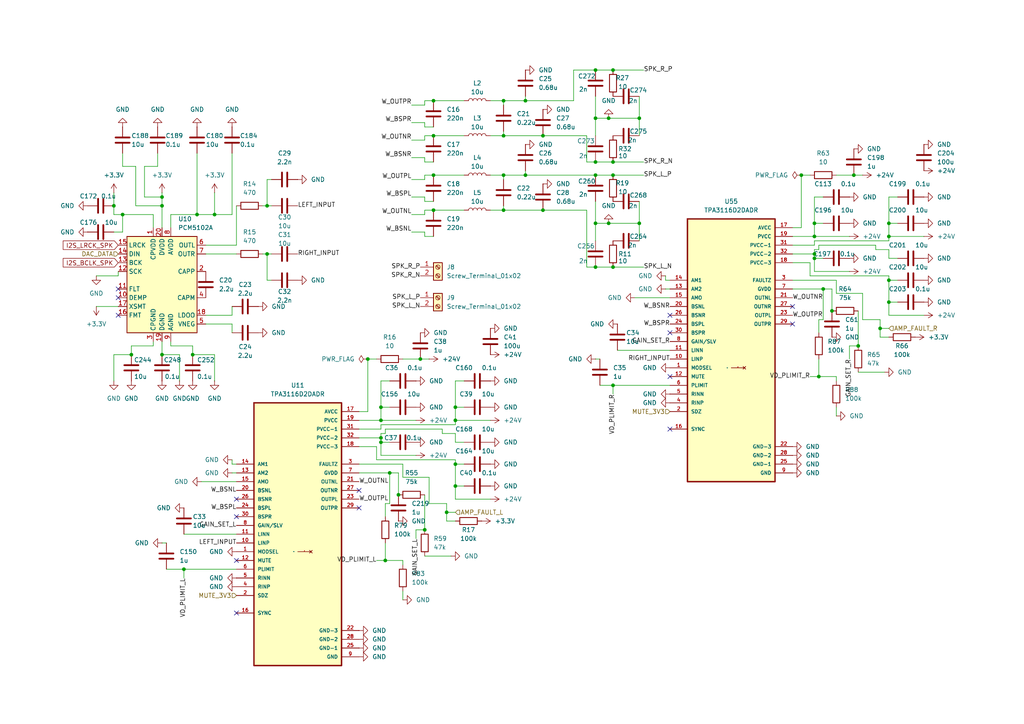
<source format=kicad_sch>
(kicad_sch (version 20250114) (generator "eeschema") (generator_version "9.0")
  (paper "A4")
  (junction (at 177.8 77.47))
  (junction (at 257.81 68.58))
  (junction (at 172.72 50.8))
  (junction (at 177.8 111.76))
  (junction (at 237.49 109.22))
  (junction (at 247.65 50.8))
  (junction (at 241.3 90.17))
  (junction (at 121.92 104.14))
  (junction (at 248.92 100.33))
  (junction (at 125.73 60.96))
  (junction (at 176.53 64.77))
  (junction (at 232.41 50.8))
  (junction (at 172.72 20.32))
  (junction (at 177.8 46.99))
  (junction (at 236.22 68.58))
  (junction (at 125.73 39.37))
  (junction (at 177.8 20.32))
  (junction (at 172.72 64.77))
  (junction (at 172.72 34.29))
  (junction (at 132.08 140.97))
  (junction (at 106.68 104.14))
  (junction (at 123.19 153.67))
  (junction (at 110.49 128.27))
  (junction (at 152.4 50.8))
  (junction (at 46.99 59.69))
  (junction (at 157.48 60.96))
  (junction (at 152.4 29.21))
  (junction (at 55.88 102.87))
  (junction (at 257.81 81.28))
  (junction (at 257.81 87.63))
  (junction (at 110.49 121.92))
  (junction (at 132.08 118.11))
  (junction (at 77.47 73.66))
  (junction (at 132.08 134.62))
  (junction (at 236.22 64.77))
  (junction (at 157.48 39.37))
  (junction (at 185.42 64.77))
  (junction (at 110.49 127))
  (junction (at 115.57 143.51))
  (junction (at 257.81 64.77))
  (junction (at 255.27 95.25))
  (junction (at 146.05 39.37))
  (junction (at 236.22 73.66))
  (junction (at 38.1 102.87))
  (junction (at 77.47 59.69))
  (junction (at 125.73 29.21))
  (junction (at 172.72 77.47))
  (junction (at 146.05 50.8))
  (junction (at 111.76 162.56))
  (junction (at 185.42 34.29))
  (junction (at 110.49 118.11))
  (junction (at 113.03 137.16))
  (junction (at 33.02 59.69))
  (junction (at 176.53 34.29))
  (junction (at 146.05 60.96))
  (junction (at 177.8 50.8))
  (junction (at 57.15 62.23))
  (junction (at 146.05 29.21))
  (junction (at 62.23 62.23))
  (junction (at 125.73 50.8))
  (junction (at 53.34 165.1))
  (junction (at 238.76 83.82))
  (junction (at 35.56 62.23))
  (junction (at 132.08 121.92))
  (junction (at 46.99 57.15))
  (junction (at 236.22 74.93))
  (junction (at 46.99 102.87))
  (junction (at 172.72 46.99))
  (junction (at 129.54 148.59))
  (no_connect (at 34.29 83.82))
  (no_connect (at 68.58 149.86))
  (no_connect (at 34.29 86.36))
  (no_connect (at 68.58 144.78))
  (no_connect (at 194.31 96.52))
  (no_connect (at 104.14 147.32))
  (no_connect (at 229.87 93.98))
  (no_connect (at 194.31 109.22))
  (no_connect (at 34.29 91.44))
  (no_connect (at 104.14 142.24))
  (no_connect (at 68.58 162.56))
  (no_connect (at 229.87 88.9))
  (no_connect (at 68.58 177.8))
  (no_connect (at 194.31 91.44))
  (no_connect (at 194.31 124.46))
  (wire (pts (xy 77.47 52.07) (xy 78.74 52.07)))
  (wire (pts (xy 49.53 62.23) (xy 57.15 62.23)))
  (wire (pts (xy 146.05 60.96) (xy 157.48 60.96)))
  (wire (pts (xy 116.84 138.43) (xy 124.46 138.43)))
  (wire (pts (xy 110.49 125.73) (xy 111.76 125.73)))
  (wire (pts (xy 67.31 91.44) (xy 67.31 88.9)))
  (wire (pts (xy 236.22 68.58) (xy 246.38 68.58)))
  (wire (pts (xy 242.57 81.28) (xy 242.57 85.09)))
  (wire (pts (xy 123.19 161.29) (xy 130.81 161.29)))
  (wire (pts (xy 110.49 132.08) (xy 120.65 132.08)))
  (wire (pts (xy 33.02 62.23) (xy 33.02 59.69)))
  (wire (pts (xy 113.03 137.16) (xy 113.03 146.05)))
  (wire (pts (xy 146.05 50.8) (xy 152.4 50.8)))
  (wire (pts (xy 250.19 92.71) (xy 255.27 92.71)))
  (wire (pts (xy 62.23 55.88) (xy 62.23 62.23)))
  (wire (pts (xy 123.19 52.07) (xy 123.19 50.8)))
  (wire (pts (xy 166.37 29.21) (xy 166.37 20.32)))
  (wire (pts (xy 123.19 143.51) (xy 123.19 153.67)))
  (wire (pts (xy 172.72 34.29) (xy 172.72 27.94)))
  (wire (pts (xy 234.95 76.2) (xy 234.95 80.01)))
  (wire (pts (xy 119.38 30.48) (xy 123.19 30.48)))
  (wire (pts (xy 146.05 59.69) (xy 146.05 60.96)))
  (wire (pts (xy 257.81 64.77) (xy 260.35 64.77)))
  (wire (pts (xy 125.73 29.21) (xy 134.62 29.21)))
  (wire (pts (xy 115.57 137.16) (xy 115.57 143.51)))
  (wire (pts (xy 45.72 48.26) (xy 41.91 48.26)))
  (wire (pts (xy 119.38 52.07) (xy 123.19 52.07)))
  (wire (pts (xy 110.49 128.27) (xy 113.03 128.27)))
  (wire (pts (xy 119.38 40.64) (xy 123.19 40.64)))
  (wire (pts (xy 59.69 73.66) (xy 68.58 73.66)))
  (wire (pts (xy 255.27 97.79) (xy 257.81 97.79)))
  (wire (pts (xy 132.08 128.27) (xy 134.62 128.27)))
  (wire (pts (xy 46.99 99.06) (xy 46.99 102.87)))
  (wire (pts (xy 123.19 46.99) (xy 125.73 46.99)))
  (wire (pts (xy 41.91 57.15) (xy 46.99 57.15)))
  (wire (pts (xy 44.45 100.33) (xy 44.45 99.06)))
  (wire (pts (xy 109.22 162.56) (xy 111.76 162.56)))
  (wire (pts (xy 53.34 154.94) (xy 68.58 154.94)))
  (wire (pts (xy 46.99 102.87) (xy 52.07 102.87)))
  (wire (pts (xy 123.19 39.37) (xy 125.73 39.37)))
  (wire (pts (xy 123.19 45.72) (xy 123.19 46.99)))
  (wire (pts (xy 142.24 60.96) (xy 146.05 60.96)))
  (wire (pts (xy 125.73 60.96) (xy 134.62 60.96)))
  (wire (pts (xy 104.14 137.16) (xy 113.03 137.16)))
  (wire (pts (xy 128.27 125.73) (xy 132.08 125.73)))
  (wire (pts (xy 246.38 100.33) (xy 248.92 100.33)))
  (wire (pts (xy 53.34 165.1) (xy 53.34 167.64)))
  (wire (pts (xy 257.81 57.15) (xy 257.81 64.77)))
  (wire (pts (xy 172.72 39.37) (xy 172.72 34.29)))
  (wire (pts (xy 68.58 59.69) (xy 68.58 71.12)))
  (wire (pts (xy 242.57 109.22) (xy 242.57 110.49)))
  (wire (pts (xy 120.65 153.67) (xy 123.19 153.67)))
  (wire (pts (xy 177.8 20.32) (xy 186.69 20.32)))
  (wire (pts (xy 257.81 81.28) (xy 260.35 81.28)))
  (wire (pts (xy 242.57 85.09) (xy 250.19 85.09)))
  (wire (pts (xy 237.49 104.14) (xy 237.49 109.22)))
  (wire (pts (xy 33.02 102.87) (xy 33.02 110.49)))
  (wire (pts (xy 257.81 87.63) (xy 257.81 81.28)))
  (wire (pts (xy 236.22 72.39) (xy 237.49 72.39)))
  (wire (pts (xy 146.05 50.8) (xy 146.05 52.07)))
  (wire (pts (xy 44.45 62.23) (xy 35.56 62.23)))
  (wire (pts (xy 170.18 39.37) (xy 157.48 39.37)))
  (wire (pts (xy 44.45 66.04) (xy 44.45 62.23)))
  (wire (pts (xy 236.22 69.85) (xy 257.81 69.85)))
  (wire (pts (xy 57.15 62.23) (xy 62.23 62.23)))
  (wire (pts (xy 116.84 162.56) (xy 111.76 162.56)))
  (wire (pts (xy 172.72 20.32) (xy 177.8 20.32)))
  (wire (pts (xy 110.49 118.11) (xy 113.03 118.11)))
  (wire (pts (xy 132.08 121.92) (xy 142.24 121.92)))
  (wire (pts (xy 46.99 57.15) (xy 46.99 59.69)))
  (wire (pts (xy 132.08 144.78) (xy 142.24 144.78)))
  (wire (pts (xy 234.95 109.22) (xy 237.49 109.22)))
  (wire (pts (xy 146.05 29.21) (xy 146.05 30.48)))
  (wire (pts (xy 176.53 64.77) (xy 185.42 64.77)))
  (wire (pts (xy 110.49 127) (xy 110.49 128.27)))
  (wire (pts (xy 232.41 50.8) (xy 232.41 66.04)))
  (wire (pts (xy 59.69 71.12) (xy 68.58 71.12)))
  (wire (pts (xy 128.27 124.46) (xy 128.27 125.73)))
  (wire (pts (xy 179.07 101.6) (xy 194.31 101.6)))
  (wire (pts (xy 119.38 35.56) (xy 123.19 35.56)))
  (wire (pts (xy 142.24 50.8) (xy 146.05 50.8)))
  (wire (pts (xy 35.56 67.31) (xy 35.56 62.23)))
  (wire (pts (xy 232.41 50.8) (xy 234.95 50.8)))
  (wire (pts (xy 185.42 34.29) (xy 185.42 39.37)))
  (wire (pts (xy 116.84 171.45) (xy 116.84 173.99)))
  (wire (pts (xy 109.22 133.35) (xy 132.08 133.35)))
  (wire (pts (xy 58.42 139.7) (xy 68.58 139.7)))
  (wire (pts (xy 236.22 73.66) (xy 236.22 72.39)))
  (wire (pts (xy 172.72 77.47) (xy 177.8 77.47)))
  (wire (pts (xy 119.38 62.23) (xy 123.19 62.23)))
  (wire (pts (xy 229.87 68.58) (xy 236.22 68.58)))
  (wire (pts (xy 236.22 73.66) (xy 236.22 74.93)))
  (wire (pts (xy 76.2 73.66) (xy 77.47 73.66)))
  (wire (pts (xy 237.49 71.12) (xy 254 71.12)))
  (wire (pts (xy 142.24 39.37) (xy 146.05 39.37)))
  (wire (pts (xy 39.37 48.26) (xy 39.37 59.69)))
  (wire (pts (xy 35.56 44.45) (xy 35.56 48.26)))
  (wire (pts (xy 257.81 87.63) (xy 260.35 87.63)))
  (wire (pts (xy 77.47 59.69) (xy 77.47 52.07)))
  (wire (pts (xy 185.42 58.42) (xy 185.42 64.77)))
  (wire (pts (xy 46.99 55.88) (xy 46.99 57.15)))
  (wire (pts (xy 116.84 162.56) (xy 116.84 163.83)))
  (wire (pts (xy 177.8 111.76) (xy 194.31 111.76)))
  (wire (pts (xy 110.49 118.11) (xy 110.49 121.92)))
  (wire (pts (xy 27.94 80.01) (xy 34.29 80.01)))
  (wire (pts (xy 229.87 83.82) (xy 238.76 83.82)))
  (wire (pts (xy 123.19 30.48) (xy 123.19 29.21)))
  (wire (pts (xy 57.15 44.45) (xy 57.15 62.23)))
  (wire (pts (xy 254 72.39) (xy 257.81 72.39)))
  (wire (pts (xy 173.99 111.76) (xy 177.8 111.76)))
  (wire (pts (xy 111.76 125.73) (xy 111.76 124.46)))
  (wire (pts (xy 46.99 59.69) (xy 46.99 66.04)))
  (wire (pts (xy 146.05 39.37) (xy 157.48 39.37)))
  (wire (pts (xy 176.53 34.29) (xy 185.42 34.29)))
  (wire (pts (xy 194.31 81.28) (xy 193.04 81.28)))
  (wire (pts (xy 255.27 95.25) (xy 255.27 92.71)))
  (wire (pts (xy 257.81 81.28) (xy 257.81 80.01)))
  (wire (pts (xy 49.53 100.33) (xy 55.88 100.33)))
  (wire (pts (xy 257.81 74.93) (xy 260.35 74.93)))
  (wire (pts (xy 236.22 57.15) (xy 236.22 64.77)))
  (wire (pts (xy 229.87 66.04) (xy 232.41 66.04)))
  (wire (pts (xy 110.49 127) (xy 110.49 125.73)))
  (wire (pts (xy 132.08 134.62) (xy 134.62 134.62)))
  (wire (pts (xy 170.18 46.99) (xy 172.72 46.99)))
  (wire (pts (xy 110.49 110.49) (xy 113.03 110.49)))
  (wire (pts (xy 116.84 104.14) (xy 121.92 104.14)))
  (wire (pts (xy 172.72 50.8) (xy 177.8 50.8)))
  (wire (pts (xy 132.08 140.97) (xy 134.62 140.97)))
  (wire (pts (xy 110.49 110.49) (xy 110.49 118.11)))
  (wire (pts (xy 257.81 64.77) (xy 257.81 68.58)))
  (wire (pts (xy 132.08 144.78) (xy 132.08 140.97)))
  (wire (pts (xy 185.42 27.94) (xy 185.42 34.29)))
  (wire (pts (xy 248.92 90.17) (xy 248.92 100.33)))
  (wire (pts (xy 237.49 92.71) (xy 237.49 96.52)))
  (wire (pts (xy 123.19 29.21) (xy 125.73 29.21)))
  (wire (pts (xy 242.57 109.22) (xy 237.49 109.22)))
  (wire (pts (xy 104.14 121.92) (xy 110.49 121.92)))
  (wire (pts (xy 123.19 67.31) (xy 123.19 68.58)))
  (wire (pts (xy 152.4 27.94) (xy 152.4 29.21)))
  (wire (pts (xy 132.08 118.11) (xy 134.62 118.11)))
  (wire (pts (xy 257.81 91.44) (xy 267.97 91.44)))
  (wire (pts (xy 35.56 48.26) (xy 39.37 48.26)))
  (wire (pts (xy 193.04 81.28) (xy 193.04 80.01)))
  (wire (pts (xy 76.2 59.69) (xy 77.47 59.69)))
  (wire (pts (xy 38.1 100.33) (xy 44.45 100.33)))
  (wire (pts (xy 152.4 50.8) (xy 172.72 50.8)))
  (wire (pts (xy 110.49 121.92) (xy 120.65 121.92)))
  (wire (pts (xy 119.38 45.72) (xy 123.19 45.72)))
  (wire (pts (xy 236.22 74.93) (xy 238.76 74.93)))
  (wire (pts (xy 250.19 85.09) (xy 250.19 92.71)))
  (wire (pts (xy 77.47 73.66) (xy 78.74 73.66)))
  (wire (pts (xy 238.76 83.82) (xy 241.3 83.82)))
  (wire (pts (xy 236.22 64.77) (xy 236.22 68.58)))
  (wire (pts (xy 177.8 77.47) (xy 186.69 77.47)))
  (wire (pts (xy 170.18 77.47) (xy 170.18 60.96)))
  (wire (pts (xy 45.72 44.45) (xy 45.72 48.26)))
  (wire (pts (xy 38.1 100.33) (xy 38.1 102.87)))
  (wire (pts (xy 67.31 93.98) (xy 67.31 96.52)))
  (wire (pts (xy 124.46 104.14) (xy 121.92 104.14)))
  (wire (pts (xy 170.18 77.47) (xy 172.72 77.47)))
  (wire (pts (xy 129.54 148.59) (xy 129.54 151.13)))
  (wire (pts (xy 132.08 123.19) (xy 132.08 121.92)))
  (wire (pts (xy 123.19 50.8) (xy 125.73 50.8)))
  (wire (pts (xy 67.31 62.23) (xy 62.23 62.23)))
  (wire (pts (xy 236.22 57.15) (xy 238.76 57.15)))
  (wire (pts (xy 124.46 138.43) (xy 124.46 146.05)))
  (wire (pts (xy 234.95 80.01) (xy 257.81 80.01)))
  (wire (pts (xy 48.26 157.48) (xy 46.99 157.48)))
  (wire (pts (xy 77.47 73.66) (xy 77.47 81.28)))
  (wire (pts (xy 177.8 50.8) (xy 186.69 50.8)))
  (wire (pts (xy 242.57 118.11) (xy 242.57 120.65)))
  (wire (pts (xy 34.29 78.74) (xy 34.29 80.01)))
  (wire (pts (xy 41.91 48.26) (xy 41.91 57.15)))
  (wire (pts (xy 59.69 91.44) (xy 67.31 91.44)))
  (wire (pts (xy 109.22 129.54) (xy 109.22 133.35)))
  (wire (pts (xy 49.53 66.04) (xy 49.53 62.23)))
  (wire (pts (xy 104.14 129.54) (xy 109.22 129.54)))
  (wire (pts (xy 38.1 102.87) (xy 33.02 102.87)))
  (wire (pts (xy 236.22 74.93) (xy 236.22 78.74)))
  (wire (pts (xy 119.38 67.31) (xy 123.19 67.31)))
  (wire (pts (xy 77.47 81.28) (xy 78.74 81.28)))
  (wire (pts (xy 123.19 62.23) (xy 123.19 60.96)))
  (wire (pts (xy 68.58 134.62) (xy 67.31 134.62)))
  (wire (pts (xy 132.08 140.97) (xy 132.08 134.62)))
  (wire (pts (xy 104.14 127) (xy 110.49 127)))
  (wire (pts (xy 120.65 156.21) (xy 120.65 153.67)))
  (wire (pts (xy 229.87 81.28) (xy 242.57 81.28)))
  (wire (pts (xy 125.73 39.37) (xy 134.62 39.37)))
  (wire (pts (xy 123.19 60.96) (xy 125.73 60.96)))
  (wire (pts (xy 33.02 59.69) (xy 33.02 55.88)))
  (wire (pts (xy 238.76 83.82) (xy 238.76 92.71)))
  (wire (pts (xy 246.38 104.14) (xy 246.38 100.33)))
  (wire (pts (xy 237.49 72.39) (xy 237.49 71.12)))
  (wire (pts (xy 257.81 72.39) (xy 257.81 74.93)))
  (wire (pts (xy 152.4 49.53) (xy 152.4 50.8)))
  (wire (pts (xy 129.54 151.13) (xy 132.08 151.13)))
  (wire (pts (xy 229.87 73.66) (xy 236.22 73.66)))
  (wire (pts (xy 170.18 46.99) (xy 170.18 39.37)))
  (wire (pts (xy 49.53 99.06) (xy 49.53 100.33)))
  (wire (pts (xy 132.08 125.73) (xy 132.08 128.27)))
  (wire (pts (xy 55.88 100.33) (xy 55.88 102.87)))
  (wire (pts (xy 185.42 64.77) (xy 185.42 69.85)))
  (wire (pts (xy 254 71.12) (xy 254 72.39)))
  (wire (pts (xy 177.8 46.99) (xy 186.69 46.99)))
  (wire (pts (xy 172.72 46.99) (xy 177.8 46.99)))
  (wire (pts (xy 132.08 110.49) (xy 134.62 110.49)))
  (wire (pts (xy 106.68 104.14) (xy 106.68 119.38)))
  (wire (pts (xy 123.19 58.42) (xy 125.73 58.42)))
  (wire (pts (xy 129.54 148.59) (xy 132.08 148.59)))
  (wire (pts (xy 106.68 104.14) (xy 109.22 104.14)))
  (wire (pts (xy 248.92 107.95) (xy 256.54 107.95)))
  (wire (pts (xy 123.19 57.15) (xy 123.19 58.42)))
  (wire (pts (xy 123.19 40.64) (xy 123.19 39.37)))
  (wire (pts (xy 35.56 62.23) (xy 33.02 62.23)))
  (wire (pts (xy 125.73 50.8) (xy 134.62 50.8)))
  (wire (pts (xy 27.94 88.9) (xy 34.29 88.9)))
  (wire (pts (xy 116.84 134.62) (xy 116.84 138.43)))
  (wire (pts (xy 111.76 146.05) (xy 111.76 149.86)))
  (wire (pts (xy 238.76 92.71) (xy 237.49 92.71)))
  (wire (pts (xy 170.18 60.96) (xy 157.48 60.96)))
  (wire (pts (xy 59.69 93.98) (xy 67.31 93.98)))
  (wire (pts (xy 172.72 64.77) (xy 176.53 64.77)))
  (wire (pts (xy 132.08 118.11) (xy 132.08 121.92)))
  (wire (pts (xy 172.72 69.85) (xy 172.72 64.77)))
  (wire (pts (xy 52.07 102.87) (xy 52.07 110.49)))
  (wire (pts (xy 132.08 134.62) (xy 132.08 133.35)))
  (wire (pts (xy 255.27 95.25) (xy 255.27 97.79)))
  (wire (pts (xy 255.27 95.25) (xy 257.81 95.25)))
  (wire (pts (xy 104.14 134.62) (xy 116.84 134.62)))
  (wire (pts (xy 257.81 57.15) (xy 260.35 57.15)))
  (wire (pts (xy 166.37 20.32) (xy 172.72 20.32)))
  (wire (pts (xy 33.02 67.31) (xy 35.56 67.31)))
  (wire (pts (xy 236.22 78.74) (xy 246.38 78.74)))
  (wire (pts (xy 124.46 146.05) (xy 129.54 146.05)))
  (wire (pts (xy 67.31 137.16) (xy 68.58 137.16)))
  (wire (pts (xy 67.31 134.62) (xy 67.31 133.35)))
  (wire (pts (xy 129.54 148.59) (xy 129.54 146.05)))
  (wire (pts (xy 113.03 137.16) (xy 115.57 137.16)))
  (wire (pts (xy 53.34 165.1) (xy 68.58 165.1)))
  (wire (pts (xy 123.19 36.83) (xy 125.73 36.83)))
  (wire (pts (xy 55.88 102.87) (xy 62.23 102.87)))
  (wire (pts (xy 172.72 34.29) (xy 176.53 34.29)))
  (wire (pts (xy 39.37 59.69) (xy 46.99 59.69)))
  (wire (pts (xy 110.49 128.27) (xy 110.49 132.08)))
  (wire (pts (xy 123.19 35.56) (xy 123.19 36.83)))
  (wire (pts (xy 193.04 83.82) (xy 194.31 83.82)))
  (wire (pts (xy 123.19 68.58) (xy 125.73 68.58)))
  (wire (pts (xy 242.57 50.8) (xy 247.65 50.8)))
  (wire (pts (xy 104.14 124.46) (xy 110.49 124.46)))
  (wire (pts (xy 173.99 104.14) (xy 172.72 104.14)))
  (wire (pts (xy 111.76 124.46) (xy 128.27 124.46)))
  (wire (pts (xy 236.22 71.12) (xy 236.22 69.85)))
  (wire (pts (xy 236.22 64.77) (xy 238.76 64.77)))
  (wire (pts (xy 257.81 91.44) (xy 257.81 87.63)))
  (wire (pts (xy 177.8 111.76) (xy 177.8 114.3)))
  (wire (pts (xy 48.26 165.1) (xy 53.34 165.1)))
  (wire (pts (xy 146.05 29.21) (xy 152.4 29.21)))
  (wire (pts (xy 111.76 157.48) (xy 111.76 162.56)))
  (wire (pts (xy 241.3 83.82) (xy 241.3 90.17)))
  (wire (pts (xy 257.81 69.85) (xy 257.81 68.58)))
  (wire (pts (xy 229.87 71.12) (xy 236.22 71.12)))
  (wire (pts (xy 110.49 123.19) (xy 132.08 123.19)))
  (wire (pts (xy 257.81 68.58) (xy 267.97 68.58)))
  (wire (pts (xy 250.19 50.8) (xy 247.65 50.8)))
  (wire (pts (xy 184.15 86.36) (xy 194.31 86.36)))
  (wire (pts (xy 172.72 64.77) (xy 172.72 58.42)))
  (wire (pts (xy 146.05 39.37) (xy 146.05 38.1)))
  (wire (pts (xy 113.03 146.05) (xy 111.76 146.05)))
  (wire (pts (xy 77.47 59.69) (xy 78.74 59.69)))
  (wire (pts (xy 119.38 57.15) (xy 123.19 57.15)))
  (wire (pts (xy 67.31 44.45) (xy 67.31 62.23)))
  (wire (pts (xy 110.49 124.46) (xy 110.49 123.19)))
  (wire (pts (xy 62.23 102.87) (xy 62.23 110.49)))
  (wire (pts (xy 142.24 29.21) (xy 146.05 29.21)))
  (wire (pts (xy 229.87 76.2) (xy 234.95 76.2)))
  (wire (pts (xy 104.14 119.38) (xy 106.68 119.38)))
  (wire (pts (xy 152.4 29.21) (xy 166.37 29.21)))
  (wire (pts (xy 132.08 110.49) (xy 132.08 118.11)))
  (label "GAIN_SET_L" (at 68.58 152.4 180))
  (label "SPK_R_P" (at 186.69 20.32 0))
  (label "W_OUTPL" (at 104.14 144.78 0))
  (label "VD_PLIMIT_R" (at 177.8 114.3 270))
  (label "SPK_L_N" (at 121.92 88.9 180))
  (label "W_OUTNR" (at 119.38 40.64 180))
  (label "W_BSPL" (at 119.38 57.15 180))
  (label "SPK_L_P" (at 186.69 50.8 0))
  (label "SPK_R_N" (at 121.92 80.01 180))
  (label "VD_PLIMIT_L" (at 53.34 167.64 270))
  (label "GAIN_SET_R" (at 194.31 99.06 180))
  (label "GAIN_SET_R" (at 246.38 104.14 270))
  (label "SPK_R_P" (at 121.92 77.47 180))
  (label "SPK_R_N" (at 186.69 46.99 0))
  (label "W_OUTNR" (at 229.87 86.36 0))
  (label "W_OUTNL" (at 104.14 139.7 0))
  (label "W_BSNL" (at 68.58 142.24 180))
  (label "W_OUTPR" (at 229.87 91.44 0))
  (label "W_BSPL" (at 68.58 147.32 180))
  (label "SPK_L_P" (at 121.92 86.36 180))
  (label "W_OUTNL" (at 119.38 62.23 180))
  (label "GAIN_SET_L" (at 120.65 156.21 270))
  (label "RIGHT_INPUT" (at 194.31 104.14 180))
  (label "W_BSNR" (at 119.38 45.72 180))
  (label "W_BSNL" (at 119.38 67.31 180))
  (label "LEFT_INPUT" (at 86.36 59.69 0))
  (label "VD_PLIMIT_L" (at 109.22 162.56 180))
  (label "W_BSPR" (at 194.31 93.98 180))
  (label "LEFT_INPUT" (at 68.58 157.48 180))
  (label "VD_PLIMIT_R" (at 234.95 109.22 180))
  (label "SPK_L_N" (at 186.69 77.47 0))
  (label "W_BSPR" (at 119.38 35.56 180))
  (label "W_OUTPL" (at 119.38 52.07 180))
  (label "W_OUTPR" (at 119.38 30.48 180))
  (label "RIGHT_INPUT" (at 86.36 73.66 0))
  (label "W_BSNR" (at 194.31 88.9 180))
  (global_label "I2S_BCLK_SPK" (shape input) (at 34.29 76.2 180) (property "Intersheetrefs" "${INTERSHEET_REFS}" (effects (hide yes))))
  (global_label "I2S_LRCK_SPK" (shape input) (at 34.29 71.12 180) (property "Intersheetrefs" "${INTERSHEET_REFS}" (effects (hide yes))))
  (hierarchical_label "AMP_FAULT_L" (shape input) (at 132.08 148.59 0))
  (hierarchical_label "MUTE_3V3" (shape input) (at 194.31 119.38 180))
  (hierarchical_label "AMP_FAULT_R" (shape input) (at 257.81 95.25 0))
  (hierarchical_label "DAC_DATA" (shape input) (at 34.29 73.66 180))
  (hierarchical_label "MUTE_3V3" (shape input) (at 68.58 172.72 180))
  (symbol (lib_id "power:GND") (at 142.24 140.97 90) (unit 1)
    (property "Reference" "#PWR099" (effects (hide yes)))
    (property "Value" "GND" (at 146.05 140.9699 90) (effects (justify right)))
    (property "Description" "Power symbol creates a global label with name \"GND\" , ground" (effects (hide yes)))
    (instances (project "AEC_Speaker_Mic_System" (path "" (reference "#PWR099") (unit 1)) (path "" (reference "#PWR0141") (unit 1)) (path "" (reference "#PWR0225") (unit 1)) (path "" (reference "#PWR0183") (unit 1))))
  )
  (symbol (lib_id "Device:R") (at 123.19 157.48 180) (unit 1)
    (property "Reference" "R59" (at 125.73 156.2099 0) (effects (justify right)))
    (property "Value" "47k" (at 125.73 158.7499 0) (effects (justify right)))
    (property "Footprint" "Resistor_SMD:R_0603_1608Metric" (effects (hide yes)))
    (property "Description" "Resistor" (effects (hide yes)))
    (instances (project "AEC_Speaker_Mic_System" (path "" (reference "R59") (unit 1)) (path "" (reference "R60") (unit 1)) (path "" (reference "R62") (unit 1)) (path "" (reference "R61") (unit 1))))
  )
  (symbol (lib_id "Device:C") (at 121.92 100.33 0) (unit 1)
    (property "Reference" "C38" (at 125.73 99.0599 0) (effects (justify left)))
    (property "Value" "1u" (at 125.73 101.5999 0) (effects (justify left)))
    (property "Footprint" "Capacitor_SMD:C_0603_1608Metric" (effects (hide yes)))
    (property "Description" "Unpolarized capacitor" (effects (hide yes)))
    (instances (project "AEC_Speaker_Mic_System" (path "" (reference "C38") (unit 1)) (path "" (reference "C64") (unit 1)) (path "" (reference "C116") (unit 1)) (path "" (reference "C90") (unit 1))))
  )
  (symbol (lib_id "Device:R") (at 119.38 143.51 90) (unit 1)
    (property "Reference" "R55" (at 119.38 137.16 90))
    (property "Value" "75k" (at 119.38 139.7 90))
    (property "Footprint" "Resistor_SMD:R_0603_1608Metric" (effects (hide yes)))
    (property "Description" "Resistor" (effects (hide yes)))
    (instances (project "" (path "" (reference "R55") (unit 1)) (path "" (reference "R56") (unit 1)) (path "" (reference "R58") (unit 1)) (path "" (reference "R57") (unit 1))))
  )
  (symbol (lib_id "power:GND") (at 116.84 173.99 90) (unit 1)
    (property "Reference" "#PWR0407" (effects (hide yes)))
    (property "Value" "GND" (at 120.65 173.9899 90) (effects (justify right)))
    (property "Description" "Power symbol creates a global label with name \"GND\" , ground" (effects (hide yes)))
    (instances (project "AEC_Speaker_Mic_System" (path "" (reference "#PWR0407") (unit 1)) (path "" (reference "#PWR0408") (unit 1)) (path "" (reference "#PWR0410") (unit 1)) (path "" (reference "#PWR0409") (unit 1))))
  )
  (symbol (lib_id "power:+3.3V") (at 62.23 55.88 0) (unit 1)
    (property "Reference" "#PWR0149" (effects (hide yes)))
    (property "Value" "+3.3V" (at 62.23 50.8 0))
    (property "Description" "Power symbol creates a global label with name \"+3.3V\"" (effects (hide yes)))
    (instances (project "AEC_Speaker_Mic_System" (path "" (reference "#PWR0149") (unit 1)) (path "" (reference "#PWR0188") (unit 1)) (path "" (reference "#PWR0191") (unit 1)) (path "" (reference "#PWR0189") (unit 1))))
  )
  (symbol (lib_id "Device:C") (at 35.56 40.64 0) (unit 1)
    (property "Reference" "C188" (at 38.1 39.37 0) (effects (justify left)))
    (property "Value" "10u" (at 38.1 41.91 0) (effects (justify left)))
    (property "Footprint" "Capacitor_SMD:C_0603_1608Metric" (effects (hide yes)))
    (property "Description" "Unpolarized capacitor" (effects (hide yes)))
    (instances (project "AEC_Speaker_Mic_System" (path "" (reference "C188") (unit 1)) (path "" (reference "C190") (unit 1)) (path "" (reference "C194") (unit 1)) (path "" (reference "C192") (unit 1))))
  )
  (symbol (lib_id "Device:C") (at 38.1 106.68 0) (unit 1)
    (property "Reference" "C244" (at 38.862 104.394 0) (effects (justify left)))
    (property "Value" "10u" (at 38.862 109.22 0) (effects (justify left)))
    (property "Footprint" "Capacitor_SMD:C_0603_1608Metric" (effects (hide yes)))
    (property "Description" "Unpolarized capacitor" (effects (hide yes)))
    (instances (project "" (path "" (reference "C244") (unit 1)) (path "" (reference "C245") (unit 1)) (path "" (reference "C247") (unit 1)) (path "" (reference "C246") (unit 1))))
  )
  (symbol (lib_id "power:GND") (at 104.14 187.96 90) (unit 1)
    (property "Reference" "#PWR085" (effects (hide yes)))
    (property "Value" "GND" (at 107.95 187.9599 90) (effects (justify right)))
    (property "Description" "Power symbol creates a global label with name \"GND\" , ground" (effects (hide yes)))
    (instances (project "AEC_Speaker_Mic_System" (path "" (reference "#PWR085") (unit 1)) (path "" (reference "#PWR0127") (unit 1)) (path "" (reference "#PWR0211") (unit 1)) (path "" (reference "#PWR0169") (unit 1))))
  )
  (symbol (lib_id "power:+24V") (at 142.24 121.92 270) (unit 1)
    (property "Reference" "#PWR098" (effects (hide yes)))
    (property "Value" "+24V" (at 146.05 121.9199 90) (effects (justify left)))
    (property "Description" "Power symbol creates a global label with name \"+24V\"" (effects (hide yes)))
    (instances (project "AEC_Speaker_Mic_System" (path "" (reference "#PWR098") (unit 1)) (path "" (reference "#PWR0140") (unit 1)) (path "" (reference "#PWR0224") (unit 1)) (path "" (reference "#PWR0182") (unit 1))))
  )
  (symbol (lib_id "power:GND") (at 246.38 64.77 90) (unit 1)
    (property "Reference" "#PWR0284" (effects (hide yes)))
    (property "Value" "GND" (at 250.19 64.7699 90) (effects (justify right)))
    (property "Description" "Power symbol creates a global label with name \"GND\" , ground" (effects (hide yes)))
    (instances (project "AEC_Speaker_Mic_System" (path "" (reference "#PWR0284") (unit 1)) (path "" (reference "#PWR0314") (unit 1)) (path "" (reference "#PWR0374") (unit 1)) (path "" (reference "#PWR0344") (unit 1))))
  )
  (symbol (lib_id "Device:C") (at 71.12 96.52 270) (unit 1)
    (property "Reference" "C24" (at 71.12 100.584 90))
    (property "Value" "2.2u" (at 71.12 103.124 90))
    (property "Footprint" "Capacitor_SMD:C_0603_1608Metric" (effects (hide yes)))
    (property "Description" "Unpolarized capacitor" (effects (hide yes)))
    (instances (project "AEC_Speaker_Mic_System" (path "" (reference "C24") (unit 1)) (path "" (reference "C50") (unit 1)) (path "" (reference "C102") (unit 1)) (path "" (reference "C76") (unit 1))))
  )
  (symbol (lib_id "power:GND") (at 25.4 67.31 270) (unit 1)
    (property "Reference" "#PWR0255" (effects (hide yes)))
    (property "Value" "GND" (at 21.59 67.3099 90) (effects (justify right)))
    (property "Description" "Power symbol creates a global label with name \"GND\" , ground" (effects (hide yes)))
    (instances (project "AEC_Speaker_Mic_System" (path "" (reference "#PWR0255") (unit 1)) (path "" (reference "#PWR0256") (unit 1)) (path "" (reference "#PWR0258") (unit 1)) (path "" (reference "#PWR0257") (unit 1))))
  )
  (symbol (lib_id "Device:C") (at 138.43 110.49 270) (unit 1)
    (property "Reference" "C160" (at 137.1599 106.68 90) (effects (justify right)))
    (property "Value" "0.1u" (at 139.6999 106.68 90) (effects (justify left)))
    (property "Footprint" "Capacitor_SMD:C_0603_1608Metric" (effects (hide yes)))
    (property "Description" "Unpolarized capacitor" (effects (hide yes)))
    (instances (project "AEC_Speaker_Mic_System" (path "" (reference "C160") (unit 1)) (path "" (reference "C161") (unit 1)) (path "" (reference "C163") (unit 1)) (path "" (reference "C162") (unit 1))))
  )
  (symbol (lib_id "Device:R") (at 72.39 59.69 90) (unit 1)
    (property "Reference" "R14" (at 72.39 53.34 90))
    (property "Value" "470" (at 72.39 55.88 90))
    (property "Footprint" "Resistor_SMD:R_0603_1608Metric" (effects (hide yes)))
    (property "Description" "Resistor" (effects (hide yes)))
    (instances (project "AEC_Speaker_Mic_System" (path "" (reference "R14") (unit 1)) (path "" (reference "R21") (unit 1)) (path "" (reference "R35") (unit 1)) (path "" (reference "R28") (unit 1))))
  )
  (symbol (lib_id "Device:C") (at 267.97 45.72 0) (unit 1)
    (property "Reference" "C204" (at 271.78 44.4499 0) (effects (justify left)))
    (property "Value" "100u" (at 271.78 46.9899 0) (effects (justify left)))
    (property "Footprint" "Capacitor_SMD:C_0603_1608Metric" (effects (hide yes)))
    (property "Description" "Unpolarized capacitor" (effects (hide yes)))
    (instances (project "AEC_Speaker_Mic_System" (path "" (reference "C204") (unit 1)) (path "" (reference "C217") (unit 1)) (path "" (reference "C243") (unit 1)) (path "" (reference "C230") (unit 1))))
  )
  (symbol (lib_id "Device:C") (at 179.07 97.79 0) (unit 1)
    (property "Reference" "C34" (at 181.61 96.52 0) (effects (justify left)))
    (property "Value" "10u" (at 181.61 99.06 0) (effects (justify left)))
    (property "Footprint" "Capacitor_SMD:C_0603_1608Metric" (effects (hide yes)))
    (property "Description" "Unpolarized capacitor" (effects (hide yes)))
    (instances (project "AEC_Speaker_Mic_System" (path "" (reference "C34") (unit 1)) (path "" (reference "C60") (unit 1)) (path "" (reference "C87") (unit 1)) (path "" (reference "C86") (unit 1))))
  )
  (symbol (lib_id "Device:C") (at 82.55 73.66 90) (unit 1)
    (property "Reference" "C31" (at 82.55 68.072 90))
    (property "Value" "10u" (at 82.55 70.612 90))
    (property "Footprint" "Capacitor_SMD:C_0603_1608Metric" (effects (hide yes)))
    (property "Description" "Unpolarized capacitor" (effects (hide yes)))
    (instances (project "AEC_Speaker_Mic_System" (path "" (reference "C31") (unit 1)) (path "" (reference "C57") (unit 1)) (path "" (reference "C109") (unit 1)) (path "" (reference "C83") (unit 1))))
  )
  (symbol (lib_id "power:GND") (at 57.15 36.83 180) (unit 1)
    (property "Reference" "#PWR0259" (effects (hide yes)))
    (property "Value" "GND" (at 57.15 31.75 0))
    (property "Description" "Power symbol creates a global label with name \"GND\" , ground" (effects (hide yes)))
    (instances (project "AEC_Speaker_Mic_System" (path "" (reference "#PWR0259") (unit 1)) (path "" (reference "#PWR0260") (unit 1)) (path "" (reference "#PWR0262") (unit 1)) (path "" (reference "#PWR0261") (unit 1))))
  )
  (symbol (lib_id "Device:C") (at 82.55 59.69 90) (unit 1)
    (property "Reference" "C30" (at 82.55 62.992 90))
    (property "Value" "10u" (at 82.55 65.532 90))
    (property "Footprint" "Capacitor_SMD:C_0603_1608Metric" (effects (hide yes)))
    (property "Description" "Unpolarized capacitor" (effects (hide yes)))
    (instances (project "AEC_Speaker_Mic_System" (path "" (reference "C30") (unit 1)) (path "" (reference "C56") (unit 1)) (path "" (reference "C108") (unit 1)) (path "" (reference "C82") (unit 1))))
  )
  (symbol (lib_id "power:GND") (at 55.88 110.49 0) (unit 1)
    (property "Reference" "#PWR066" (effects (hide yes)))
    (property "Value" "GND" (at 55.88 115.57 0))
    (property "Description" "Power symbol creates a global label with name \"GND\" , ground" (effects (hide yes)))
    (instances (project "AEC_Speaker_Mic_System" (path "" (reference "#PWR066") (unit 1)) (path "" (reference "#PWR0108") (unit 1)) (path "" (reference "#PWR0192") (unit 1)) (path "" (reference "#PWR0150") (unit 1))))
  )
  (symbol (lib_id "Device:C") (at 45.72 40.64 0) (unit 1)
    (property "Reference" "C189" (at 48.006 39.37 0) (effects (justify left)))
    (property "Value" "0.1u" (at 48.006 41.91 0) (effects (justify left)))
    (property "Footprint" "Capacitor_SMD:C_0603_1608Metric" (effects (hide yes)))
    (property "Description" "Unpolarized capacitor" (effects (hide yes)))
    (instances (project "AEC_Speaker_Mic_System" (path "" (reference "C189") (unit 1)) (path "" (reference "C191") (unit 1)) (path "" (reference "C195") (unit 1)) (path "" (reference "C193") (unit 1))))
  )
  (symbol (lib_id "Device:C") (at 29.21 59.69 90) (unit 1)
    (property "Reference" "C172" (at 25.654 56.896 90))
    (property "Value" "0.1u" (at 31.496 56.896 90))
    (property "Footprint" "Capacitor_SMD:C_0603_1608Metric" (effects (hide yes)))
    (property "Description" "Unpolarized capacitor" (effects (hide yes)))
    (instances (project "" (path "" (reference "C172") (unit 1)) (path "" (reference "C173") (unit 1)) (path "" (reference "C175") (unit 1)) (path "" (reference "C174") (unit 1))))
  )
  (symbol (lib_id "power:GND") (at 267.97 74.93 90) (unit 1)
    (property "Reference" "#PWR0297" (effects (hide yes)))
    (property "Value" "GND" (at 271.78 74.9299 90) (effects (justify right)))
    (property "Description" "Power symbol creates a global label with name \"GND\" , ground" (effects (hide yes)))
    (instances (project "AEC_Speaker_Mic_System" (path "" (reference "#PWR0297") (unit 1)) (path "" (reference "#PWR0327") (unit 1)) (path "" (reference "#PWR0387") (unit 1)) (path "" (reference "#PWR0357") (unit 1))))
  )
  (symbol (lib_id "Device:L") (at 138.43 60.96 90) (unit 1)
    (property "Reference" "L5" (at 138.43 55.88 90))
    (property "Value" "10u" (at 138.43 58.42 90))
    (property "Footprint" "Inductor_SMD:IND-SMD_L10.4-W10.3" (effects (hide yes)))
    (property "Description" "Inductor" (effects (hide yes)))
    (instances (project "AEC_Speaker_Mic_System" (path "" (reference "L5") (unit 1)) (path "" (reference "L9") (unit 1)) (path "" (reference "L17") (unit 1)) (path "" (reference "L13") (unit 1))))
  )
  (symbol (lib_id "power:GND") (at 193.04 80.01 270) (unit 1)
    (property "Reference" "#PWR0276" (effects (hide yes)))
    (property "Value" "GND" (at 189.23 80.0099 90) (effects (justify right)))
    (property "Description" "Power symbol creates a global label with name \"GND\" , ground" (effects (hide yes)))
    (instances (project "AEC_Speaker_Mic_System" (path "" (reference "#PWR0276") (unit 1)) (path "" (reference "#PWR0306") (unit 1)) (path "" (reference "#PWR0366") (unit 1)) (path "" (reference "#PWR0336") (unit 1))))
  )
  (symbol (lib_id "power:GND") (at 267.97 87.63 90) (unit 1)
    (property "Reference" "#PWR0299" (effects (hide yes)))
    (property "Value" "GND" (at 271.78 87.6299 90) (effects (justify right)))
    (property "Description" "Power symbol creates a global label with name \"GND\" , ground" (effects (hide yes)))
    (instances (project "AEC_Speaker_Mic_System" (path "" (reference "#PWR0299") (unit 1)) (path "" (reference "#PWR0329") (unit 1)) (path "" (reference "#PWR0389") (unit 1)) (path "" (reference "#PWR0359") (unit 1))))
  )
  (symbol (lib_id "power:+3.3V") (at 139.7 151.13 270) (unit 1)
    (property "Reference" "#PWR094" (effects (hide yes)))
    (property "Value" "+3.3V" (at 143.51 151.1299 90) (effects (justify left)))
    (property "Description" "Power symbol creates a global label with name \"+3.3V\"" (effects (hide yes)))
    (instances (project "AEC_Speaker_Mic_System" (path "" (reference "#PWR094") (unit 1)) (path "" (reference "#PWR0136") (unit 1)) (path "" (reference "#PWR0220") (unit 1)) (path "" (reference "#PWR0178") (unit 1))))
  )
  (symbol (lib_id "Device:C") (at 53.34 151.13 0) (unit 1)
    (property "Reference" "C33" (at 55.88 149.86 0) (effects (justify left)))
    (property "Value" "10u" (at 55.88 152.4 0) (effects (justify left)))
    (property "Footprint" "Capacitor_SMD:C_0603_1608Metric" (effects (hide yes)))
    (property "Description" "Unpolarized capacitor" (effects (hide yes)))
    (instances (project "AEC_Speaker_Mic_System" (path "" (reference "C33") (unit 1)) (path "" (reference "C59") (unit 1)) (path "" (reference "C111") (unit 1)) (path "" (reference "C85") (unit 1))))
  )
  (symbol (lib_id "power:GND") (at 229.87 134.62 90) (unit 1)
    (property "Reference" "#PWR0281" (effects (hide yes)))
    (property "Value" "GND" (at 233.68 134.6199 90) (effects (justify right)))
    (property "Description" "Power symbol creates a global label with name \"GND\" , ground" (effects (hide yes)))
    (instances (project "AEC_Speaker_Mic_System" (path "" (reference "#PWR0281") (unit 1)) (path "" (reference "#PWR0311") (unit 1)) (path "" (reference "#PWR0371") (unit 1)) (path "" (reference "#PWR0341") (unit 1))))
  )
  (symbol (lib_id "Device:C") (at 116.84 110.49 270) (unit 1)
    (property "Reference" "C36" (at 115.5699 106.68 90) (effects (justify right)))
    (property "Value" "0.1u" (at 118.1099 106.68 90) (effects (justify left)))
    (property "Footprint" "Capacitor_SMD:C_0603_1608Metric" (effects (hide yes)))
    (property "Description" "Unpolarized capacitor" (effects (hide yes)))
    (instances (project "AEC_Speaker_Mic_System" (path "" (reference "C36") (unit 1)) (path "" (reference "C62") (unit 1)) (path "" (reference "C114") (unit 1)) (path "" (reference "C88") (unit 1))))
  )
  (symbol (lib_id "Device:C") (at 82.55 52.07 90) (unit 1)
    (property "Reference" "C29" (at 82.55 44.45 90))
    (property "Value" "2.2n" (at 82.55 46.99 90))
    (property "Footprint" "Capacitor_SMD:C_0603_1608Metric" (effects (hide yes)))
    (property "Description" "Unpolarized capacitor" (effects (hide yes)))
    (instances (project "AEC_Speaker_Mic_System" (path "" (reference "C29") (unit 1)) (path "" (reference "C55") (unit 1)) (path "" (reference "C107") (unit 1)) (path "" (reference "C81") (unit 1))))
  )
  (symbol (lib_id "power:GND") (at 121.92 96.52 90) (unit 1)
    (property "Reference" "#PWR092" (effects (hide yes)))
    (property "Value" "GND" (at 125.73 96.5199 90) (effects (justify right)))
    (property "Description" "Power symbol creates a global label with name \"GND\" , ground" (effects (hide yes)))
    (instances (project "AEC_Speaker_Mic_System" (path "" (reference "#PWR092") (unit 1)) (path "" (reference "#PWR0134") (unit 1)) (path "" (reference "#PWR0218") (unit 1)) (path "" (reference "#PWR0176") (unit 1))))
  )
  (symbol (lib_id "Device:C") (at 181.61 69.85 90) (unit 1)
    (property "Reference" "C264" (at 185.166 68.58 90))
    (property "Value" "2n" (at 183.388 71.12 90))
    (property "Footprint" "Capacitor_SMD:C_0805_2012Metric" (effects (hide yes)))
    (property "Description" "Unpolarized capacitor" (effects (hide yes)))
    (property "LCSC Part #" "C1656" (effects (hide yes)))
    (instances (project "" (path "" (reference "C264") (unit 1)) (path "" (reference "C265") (unit 1)) (path "" (reference "C267") (unit 1)) (path "" (reference "C266") (unit 1))))
  )
  (symbol (lib_id "power:GND") (at 229.87 132.08 90) (unit 1)
    (property "Reference" "#PWR0280" (effects (hide yes)))
    (property "Value" "GND" (at 233.68 132.0799 90) (effects (justify right)))
    (property "Description" "Power symbol creates a global label with name \"GND\" , ground" (effects (hide yes)))
    (instances (project "AEC_Speaker_Mic_System" (path "" (reference "#PWR0280") (unit 1)) (path "" (reference "#PWR0310") (unit 1)) (path "" (reference "#PWR0370") (unit 1)) (path "" (reference "#PWR0340") (unit 1))))
  )
  (symbol (lib_id "Device:C") (at 157.48 57.15 0) (unit 1)
    (property "Reference" "C28" (at 161.29 55.8799 0) (effects (justify left)))
    (property "Value" "0.68u" (at 161.29 58.4199 0) (effects (justify left)))
    (property "Footprint" "Capacitor_SMD:C_0603_1608Metric" (effects (hide yes)))
    (property "Description" "Unpolarized capacitor" (effects (hide yes)))
    (instances (project "AEC_Speaker_Mic_System" (path "" (reference "C28") (unit 1)) (path "" (reference "C54") (unit 1)) (path "" (reference "C106") (unit 1)) (path "" (reference "C80") (unit 1))))
  )
  (symbol (lib_id "Device:R") (at 177.8 73.66 0) (unit 1)
    (property "Reference" "R11" (at 179.324 73.66 0) (effects (justify left)))
    (property "Value" "10" (at 179.324 75.692 0) (effects (justify left)))
    (property "Footprint" "Resistor_SMD:R_0805_2012Metric" (effects (hide yes)))
    (property "Description" "Resistor" (effects (hide yes)))
    (instances (project "" (path "" (reference "R11") (unit 1)) (path "" (reference "R12") (unit 1)) (path "" (reference "R18") (unit 1)) (path "" (reference "R13") (unit 1))))
  )
  (symbol (lib_id "Device:C") (at 242.57 64.77 270) (unit 1)
    (property "Reference" "C196" (at 241.2999 60.96 90) (effects (justify right)))
    (property "Value" "10u" (at 243.8399 60.96 90) (effects (justify left)))
    (property "Footprint" "Capacitor_SMD:C_0603_1608Metric" (effects (hide yes)))
    (property "Description" "Unpolarized capacitor" (effects (hide yes)))
    (instances (project "AEC_Speaker_Mic_System" (path "" (reference "C196") (unit 1)) (path "" (reference "C209") (unit 1)) (path "" (reference "C235") (unit 1)) (path "" (reference "C222") (unit 1))))
  )
  (symbol (lib_id "Device:L") (at 138.43 50.8 90) (unit 1)
    (property "Reference" "L4" (at 138.43 45.72 90))
    (property "Value" "10u" (at 138.43 48.26 90))
    (property "Footprint" "Inductor_SMD:IND-SMD_L10.4-W10.3" (effects (hide yes)))
    (property "Description" "Inductor" (effects (hide yes)))
    (instances (project "AEC_Speaker_Mic_System" (path "" (reference "L4") (unit 1)) (path "" (reference "L8") (unit 1)) (path "" (reference "L16") (unit 1)) (path "" (reference "L12") (unit 1))))
  )
  (symbol (lib_id "Device:C") (at 242.57 57.15 270) (unit 1)
    (property "Reference" "C113" (at 241.2999 53.34 90) (effects (justify right)))
    (property "Value" "0.1u" (at 243.8399 53.34 90) (effects (justify left)))
    (property "Footprint" "Capacitor_SMD:C_0603_1608Metric" (effects (hide yes)))
    (property "Description" "Unpolarized capacitor" (effects (hide yes)))
    (instances (project "AEC_Speaker_Mic_System" (path "" (reference "C113") (unit 1)) (path "" (reference "C208") (unit 1)) (path "" (reference "C234") (unit 1)) (path "" (reference "C221") (unit 1))))
  )
  (symbol (lib_id "power:GND") (at 241.3 97.79 90) (unit 1)
    (property "Reference" "#PWR0399" (effects (hide yes)))
    (property "Value" "GND" (at 245.11 97.7899 90) (effects (justify right)))
    (property "Description" "Power symbol creates a global label with name \"GND\" , ground" (effects (hide yes)))
    (instances (project "AEC_Speaker_Mic_System" (path "" (reference "#PWR0399") (unit 1)) (path "" (reference "#PWR0400") (unit 1)) (path "" (reference "#PWR0402") (unit 1)) (path "" (reference "#PWR0401") (unit 1))))
  )
  (symbol (lib_id "power:GND") (at 157.48 53.34 90) (unit 1)
    (property "Reference" "#PWR072" (effects (hide yes)))
    (property "Value" "GND" (at 161.29 53.3399 90) (effects (justify right)))
    (property "Description" "Power symbol creates a global label with name \"GND\" , ground" (effects (hide yes)))
    (instances (project "AEC_Speaker_Mic_System" (path "" (reference "#PWR072") (unit 1)) (path "" (reference "#PWR0114") (unit 1)) (path "" (reference "#PWR0198") (unit 1)) (path "" (reference "#PWR0156") (unit 1))))
  )
  (symbol (lib_id "Device:C") (at 264.16 87.63 270) (unit 1)
    (property "Reference" "C203" (at 262.8899 83.82 90) (effects (justify right)))
    (property "Value" "0.1u" (at 265.4299 83.82 90) (effects (justify left)))
    (property "Footprint" "Capacitor_SMD:C_0603_1608Metric" (effects (hide yes)))
    (property "Description" "Unpolarized capacitor" (effects (hide yes)))
    (instances (project "AEC_Speaker_Mic_System" (path "" (reference "C203") (unit 1)) (path "" (reference "C216") (unit 1)) (path "" (reference "C242") (unit 1)) (path "" (reference "C229") (unit 1))))
  )
  (symbol (lib_id "power:GND") (at 104.14 185.42 90) (unit 1)
    (property "Reference" "#PWR084" (effects (hide yes)))
    (property "Value" "GND" (at 107.95 185.4199 90) (effects (justify right)))
    (property "Description" "Power symbol creates a global label with name \"GND\" , ground" (effects (hide yes)))
    (instances (project "AEC_Speaker_Mic_System" (path "" (reference "#PWR084") (unit 1)) (path "" (reference "#PWR0126") (unit 1)) (path "" (reference "#PWR0210") (unit 1)) (path "" (reference "#PWR0168") (unit 1))))
  )
  (symbol (lib_id "power:GND") (at 33.02 110.49 0) (unit 1)
    (property "Reference" "#PWR0415" (effects (hide yes)))
    (property "Value" "GND" (at 33.02 115.57 0))
    (property "Description" "Power symbol creates a global label with name \"GND\" , ground" (effects (hide yes)))
    (instances (project "AEC_Speaker_Mic_System" (path "" (reference "#PWR0415") (unit 1)) (path "" (reference "#PWR0416") (unit 1)) (path "" (reference "#PWR0418") (unit 1)) (path "" (reference "#PWR0417") (unit 1))))
  )
  (symbol (lib_id "power:GND") (at 120.65 128.27 90) (unit 1)
    (property "Reference" "#PWR090" (effects (hide yes)))
    (property "Value" "GND" (at 124.46 128.2699 90) (effects (justify right)))
    (property "Description" "Power symbol creates a global label with name \"GND\" , ground" (effects (hide yes)))
    (instances (project "AEC_Speaker_Mic_System" (path "" (reference "#PWR090") (unit 1)) (path "" (reference "#PWR0132") (unit 1)) (path "" (reference "#PWR0216") (unit 1)) (path "" (reference "#PWR0174") (unit 1))))
  )
  (symbol (lib_id "power:GND") (at 46.99 157.48 270) (unit 1)
    (property "Reference" "#PWR0227" (effects (hide yes)))
    (property "Value" "GND" (at 43.18 157.4799 90) (effects (justify right)))
    (property "Description" "Power symbol creates a global label with name \"GND\" , ground" (effects (hide yes)))
    (instances (project "AEC_Speaker_Mic_System" (path "" (reference "#PWR0227") (unit 1)) (path "" (reference "#PWR0228") (unit 1)) (path "" (reference "#PWR0230") (unit 1)) (path "" (reference "#PWR0229") (unit 1))))
  )
  (symbol (lib_name "TPA3116D2DADR_1") (lib_id "TPA3116D2DADR:TPA3116D2DADR") (at 212.09 101.6 0) (unit 1)
    (property "Reference" "U55" (at 212.09 58.42 0))
    (property "Value" "TPA3116D2DADR" (at 212.09 60.96 0))
    (property "Footprint" "TPA3116D2DADR:SOP65P810X115-33N" (effects (hide yes)))
    (property "MF" "Texas Instruments" (effects (hide yes)))
    (property "Description_1" "50-W stereo, 100-W mono, 4.5- to 26-V supply, analog input Class-D audio amplifier w/ SpeakerGuard™" (effects (hide yes)))
    (property "Package" "HTSSOP-32 Texas Instruments" (effects (hide yes)))
    (property "Price" "None" (effects (hide yes)))
    (property "SnapEDA_Link" "https://www.snapeda.com/parts/TPA3116D2DADR/Texas+Instruments/view-part/?ref=snap" (effects (hide yes)))
    (property "MP" "TPA3116D2DADR" (effects (hide yes)))
    (property "Purchase-URL" "https://www.snapeda.com/api/url_track_click_mouser/?unipart_id=335850&manufacturer=Texas Instruments&part_name=TPA3116D2DADR&search_term=None" (effects (hide yes)))
    (property "Availability" "In Stock" (effects (hide yes)))
    (property "Check_prices" "https://www.snapeda.com/parts/TPA3116D2DADR/Texas+Instruments/view-part/?ref=eda" (effects (hide yes)))
    (instances (project "AEC_Speaker_Mic_System" (path "" (reference "U55") (unit 1)) (path "" (reference "U56") (unit 1)) (path "" (reference "U58") (unit 1)) (path "" (reference "U57") (unit 1))))
  )
  (symbol (lib_id "power:GND") (at 53.34 147.32 270) (unit 1)
    (property "Reference" "#PWR075" (effects (hide yes)))
    (property "Value" "GND" (at 49.53 147.3199 90) (effects (justify right)))
    (property "Description" "Power symbol creates a global label with name \"GND\" , ground" (effects (hide yes)))
    (instances (project "AEC_Speaker_Mic_System" (path "" (reference "#PWR075") (unit 1)) (path "" (reference "#PWR0117") (unit 1)) (path "" (reference "#PWR0201") (unit 1)) (path "" (reference "#PWR0159") (unit 1))))
  )
  (symbol (lib_id "Audio:PCM5102A") (at 46.99 81.28 0) (unit 1)
    (property "Reference" "U10" (at 51.6733 63.5 0) (effects (justify left)))
    (property "Value" "PCM5102A" (at 51.6733 66.04 0) (effects (justify left)))
    (property "Footprint" "Package_SO:TSSOP-20_4.4x6.5mm_P0.65mm" (effects (hide yes)))
    (property "Datasheet" "https://www.ti.com/lit/ds/symlink/pcm5102a.pdf" (effects (hide yes)))
    (property "Description" "2.1 VRMS, 112dB Audio Stereo DAC with PLL and 32-bit, 384kHz PCM Interface, TSSOP-20" (effects (hide yes)))
    (property "LCSC Part #" "C107671" (effects (hide yes)))
    (instances (project "AEC_Speaker_Mic_System" (path "" (reference "U10") (unit 1)) (path "" (reference "U12") (unit 1)) (path "" (reference "U16") (unit 1)) (path "" (reference "U14") (unit 1))))
  )
  (symbol (lib_id "power:GND") (at 27.94 80.01 0) (unit 1)
    (property "Reference" "#PWR059" (effects (hide yes)))
    (property "Value" "GND" (at 27.94 85.09 0))
    (property "Description" "Power symbol creates a global label with name \"GND\" , ground" (effects (hide yes)))
    (instances (project "AEC_Speaker_Mic_System" (path "" (reference "#PWR059") (unit 1)) (path "" (reference "#PWR0101") (unit 1)) (path "" (reference "#PWR0185") (unit 1)) (path "" (reference "#PWR0143") (unit 1))))
  )
  (symbol (lib_id "Device:C") (at 29.21 67.31 90) (unit 1)
    (property "Reference" "C176" (at 25.654 64.516 90))
    (property "Value" "10u" (at 32.258 64.516 90))
    (property "Footprint" "Capacitor_SMD:C_0603_1608Metric" (effects (hide yes)))
    (property "Description" "Unpolarized capacitor" (effects (hide yes)))
    (instances (project "AEC_Speaker_Mic_System" (path "" (reference "C176") (unit 1)) (path "" (reference "C177") (unit 1)) (path "" (reference "C179") (unit 1)) (path "" (reference "C178") (unit 1))))
  )
  (symbol (lib_id "power:GND") (at 62.23 110.49 0) (unit 1)
    (property "Reference" "#PWR0423" (effects (hide yes)))
    (property "Value" "GND" (at 62.23 115.57 0))
    (property "Description" "Power symbol creates a global label with name \"GND\" , ground" (effects (hide yes)))
    (instances (project "AEC_Speaker_Mic_System" (path "" (reference "#PWR0423") (unit 1)) (path "" (reference "#PWR0424") (unit 1)) (path "" (reference "#PWR0426") (unit 1)) (path "" (reference "#PWR0425") (unit 1))))
  )
  (symbol (lib_id "Device:R") (at 177.8 54.61 0) (unit 1)
    (property "Reference" "R19" (at 178.562 53.086 0) (effects (justify left)))
    (property "Value" "10" (at 179.324 55.626 0) (effects (justify left)))
    (property "Footprint" "Resistor_SMD:R_0805_2012Metric" (effects (hide yes)))
    (property "Description" "Resistor" (effects (hide yes)))
    (instances (project "" (path "" (reference "R19") (unit 1)) (path "" (reference "R20") (unit 1)) (path "" (reference "R26") (unit 1)) (path "" (reference "R25") (unit 1))))
  )
  (symbol (lib_id "power:GND") (at 179.07 93.98 270) (unit 1)
    (property "Reference" "#PWR076" (effects (hide yes)))
    (property "Value" "GND" (at 175.26 93.9799 90) (effects (justify right)))
    (property "Description" "Power symbol creates a global label with name \"GND\" , ground" (effects (hide yes)))
    (instances (project "AEC_Speaker_Mic_System" (path "" (reference "#PWR076") (unit 1)) (path "" (reference "#PWR0118") (unit 1)) (path "" (reference "#PWR0202") (unit 1)) (path "" (reference "#PWR0160") (unit 1))))
  )
  (symbol (lib_id "power:+24V") (at 120.65 132.08 270) (unit 1)
    (property "Reference" "#PWR091" (effects (hide yes)))
    (property "Value" "+24V" (at 124.46 132.0799 90) (effects (justify left)))
    (property "Description" "Power symbol creates a global label with name \"+24V\"" (effects (hide yes)))
    (instances (project "AEC_Speaker_Mic_System" (path "" (reference "#PWR091") (unit 1)) (path "" (reference "#PWR0133") (unit 1)) (path "" (reference "#PWR0217") (unit 1)) (path "" (reference "#PWR0175") (unit 1))))
  )
  (symbol (lib_id "Device:C") (at 57.15 40.64 0) (unit 1)
    (property "Reference" "C180" (at 59.69 39.37 0) (effects (justify left)))
    (property "Value" "10u" (at 59.69 41.91 0) (effects (justify left)))
    (property "Footprint" "Capacitor_SMD:C_0603_1608Metric" (effects (hide yes)))
    (property "Description" "Unpolarized capacitor" (effects (hide yes)))
    (instances (project "" (path "" (reference "C180") (unit 1)) (path "" (reference "C181") (unit 1)) (path "" (reference "C183") (unit 1)) (path "" (reference "C182") (unit 1))))
  )
  (symbol (lib_id "power:PWR_FLAG") (at 232.41 50.8 90) (unit 1)
    (property "Reference" "#FLG015" (effects (hide yes)))
    (property "Value" "PWR_FLAG" (at 228.6 50.7999 90) (effects (justify left)))
    (property "Description" "Special symbol for telling ERC where power comes from" (effects (hide yes)))
    (instances (project "AEC_Speaker_Mic_System" (path "" (reference "#FLG015") (unit 1)) (path "" (reference "#FLG016") (unit 1)) (path "" (reference "#FLG018") (unit 1)) (path "" (reference "#FLG017") (unit 1))))
  )
  (symbol (lib_id "power:GND") (at 246.38 57.15 90) (unit 1)
    (property "Reference" "#PWR0283" (effects (hide yes)))
    (property "Value" "GND" (at 250.19 57.1499 90) (effects (justify right)))
    (property "Description" "Power symbol creates a global label with name \"GND\" , ground" (effects (hide yes)))
    (instances (project "AEC_Speaker_Mic_System" (path "" (reference "#PWR0283") (unit 1)) (path "" (reference "#PWR0313") (unit 1)) (path "" (reference "#PWR0373") (unit 1)) (path "" (reference "#PWR0343") (unit 1))))
  )
  (symbol (lib_id "Device:R") (at 245.11 90.17 90) (unit 1)
    (property "Reference" "R64" (at 245.11 83.82 90))
    (property "Value" "75k" (at 245.11 86.36 90))
    (property "Footprint" "Resistor_SMD:R_0603_1608Metric" (effects (hide yes)))
    (property "Description" "Resistor" (effects (hide yes)))
    (instances (project "AEC_Speaker_Mic_System" (path "" (reference "R64") (unit 1)) (path "" (reference "R68") (unit 1)) (path "" (reference "R76") (unit 1)) (path "" (reference "R72") (unit 1))))
  )
  (symbol (lib_id "power:GND") (at 267.97 41.91 90) (unit 1)
    (property "Reference" "#PWR0292" (effects (hide yes)))
    (property "Value" "GND" (at 271.78 41.9099 90) (effects (justify right)))
    (property "Description" "Power symbol creates a global label with name \"GND\" , ground" (effects (hide yes)))
    (instances (project "AEC_Speaker_Mic_System" (path "" (reference "#PWR0292") (unit 1)) (path "" (reference "#PWR0322") (unit 1)) (path "" (reference "#PWR0382") (unit 1)) (path "" (reference "#PWR0352") (unit 1))))
  )
  (symbol (lib_id "Device:C") (at 172.72 73.66 0) (unit 1)
    (property "Reference" "C256" (at 167.386 71.374 0) (effects (justify left)))
    (property "Value" "2n" (at 167.894 75.692 0) (effects (justify left)))
    (property "Footprint" "Capacitor_SMD:C_0805_2012Metric" (effects (hide yes)))
    (property "Description" "Unpolarized capacitor" (effects (hide yes)))
    (property "LCSC Part #" "C1656" (effects (hide yes)))
    (instances (project "" (path "" (reference "C256") (unit 1)) (path "" (reference "C257") (unit 1)) (path "" (reference "C259") (unit 1)) (path "" (reference "C258") (unit 1))))
  )
  (symbol (lib_id "Device:R") (at 116.84 167.64 180) (unit 1)
    (property "Reference" "R83" (at 119.38 166.3699 0) (effects (justify right)))
    (property "Value" "100k" (at 119.38 168.9099 0) (effects (justify right)))
    (property "Footprint" "Resistor_SMD:R_0603_1608Metric" (effects (hide yes)))
    (property "Description" "Resistor" (effects (hide yes)))
    (instances (project "AEC_Speaker_Mic_System" (path "" (reference "R83") (unit 1)) (path "" (reference "R84") (unit 1)) (path "" (reference "R86") (unit 1)) (path "" (reference "R85") (unit 1))))
  )
  (symbol (lib_id "Device:C") (at 181.61 27.94 90) (unit 1)
    (property "Reference" "C274" (at 185.166 26.162 90))
    (property "Value" "2n" (at 183.642 29.21 90))
    (property "Footprint" "Capacitor_SMD:C_0805_2012Metric" (effects (hide yes)))
    (property "Description" "Unpolarized capacitor" (effects (hide yes)))
    (property "LCSC Part #" "C1656" (effects (hide yes)))
    (instances (project "AEC_Speaker_Mic_System" (path "" (reference "C274") (unit 1)) (path "" (reference "C278") (unit 1)) (path "" (reference "C286") (unit 1)) (path "" (reference "C282") (unit 1))))
  )
  (symbol (lib_id "Connector:Screw_Terminal_01x02") (at 127 86.36 0) (unit 1)
    (property "Reference" "J9" (at 129.54 86.3599 0) (effects (justify left)))
    (property "Value" "Screw_Terminal_01x02" (at 129.54 88.8999 0) (effects (justify left)))
    (property "Footprint" "TerminalBlock_Phoenix:CONN-TH_2P-P5.00_WJ500V-5.08-2P" (effects (hide yes)))
    (property "Description" "Generic screw terminal, single row, 01x02, script generated (kicad-library-utils/schlib/autogen/connector/)" (effects (hide yes)))
    (property "LCSC Part #" "C8465" (effects (hide yes)))
    (instances (project "AEC_Speaker_Mic_System" (path "" (reference "J9") (unit 1)) (path "" (reference "J11") (unit 1)) (path "" (reference "J15") (unit 1)) (path "" (reference "J13") (unit 1))))
  )
  (symbol (lib_id "Device:C") (at 181.61 58.42 90) (unit 1)
    (property "Reference" "C268" (at 185.166 56.642 90))
    (property "Value" "2n" (at 183.642 59.69 90))
    (property "Footprint" "Capacitor_SMD:C_0805_2012Metric" (effects (hide yes)))
    (property "Description" "Unpolarized capacitor" (effects (hide yes)))
    (property "LCSC Part #" "C1656" (effects (hide yes)))
    (instances (project "" (path "" (reference "C268") (unit 1)) (path "" (reference "C269") (unit 1)) (path "" (reference "C271") (unit 1)) (path "" (reference "C270") (unit 1))))
  )
  (symbol (lib_id "power:+24V") (at 124.46 104.14 270) (unit 1)
    (property "Reference" "#PWR093" (effects (hide yes)))
    (property "Value" "+24V" (at 128.27 104.1399 90) (effects (justify left)))
    (property "Description" "Power symbol creates a global label with name \"+24V\"" (effects (hide yes)))
    (instances (project "AEC_Speaker_Mic_System" (path "" (reference "#PWR093") (unit 1)) (path "" (reference "#PWR0135") (unit 1)) (path "" (reference "#PWR0219") (unit 1)) (path "" (reference "#PWR0177") (unit 1))))
  )
  (symbol (lib_id "power:GND") (at 104.14 190.5 90) (unit 1)
    (property "Reference" "#PWR086" (effects (hide yes)))
    (property "Value" "GND" (at 107.95 190.4999 90) (effects (justify right)))
    (property "Description" "Power symbol creates a global label with name \"GND\" , ground" (effects (hide yes)))
    (instances (project "AEC_Speaker_Mic_System" (path "" (reference "#PWR086") (unit 1)) (path "" (reference "#PWR0128") (unit 1)) (path "" (reference "#PWR0212") (unit 1)) (path "" (reference "#PWR0170") (unit 1))))
  )
  (symbol (lib_id "power:+24V") (at 267.97 49.53 270) (unit 1)
    (property "Reference" "#PWR0293" (effects (hide yes)))
    (property "Value" "+24V" (at 271.78 49.5299 90) (effects (justify left)))
    (property "Description" "Power symbol creates a global label with name \"+24V\"" (effects (hide yes)))
    (instances (project "AEC_Speaker_Mic_System" (path "" (reference "#PWR0293") (unit 1)) (path "" (reference "#PWR0323") (unit 1)) (path "" (reference "#PWR0383") (unit 1)) (path "" (reference "#PWR0353") (unit 1))))
  )
  (symbol (lib_id "Device:L") (at 138.43 39.37 90) (unit 1)
    (property "Reference" "L3" (at 138.43 34.29 90))
    (property "Value" "10u" (at 138.43 36.83 90))
    (property "Footprint" "Inductor_SMD:IND-SMD_L10.4-W10.3" (effects (hide yes)))
    (property "Description" "Inductor" (effects (hide yes)))
    (instances (project "AEC_Speaker_Mic_System" (path "" (reference "L3") (unit 1)) (path "" (reference "L7") (unit 1)) (path "" (reference "L15") (unit 1)) (path "" (reference "L11") (unit 1))))
  )
  (symbol (lib_id "power:+3.3V") (at 46.99 55.88 0) (unit 1)
    (property "Reference" "#PWR0105" (effects (hide yes)))
    (property "Value" "+3.3V" (at 46.99 50.8 0))
    (property "Description" "Power symbol creates a global label with name \"+3.3V\"" (effects (hide yes)))
    (instances (project "AEC_Speaker_Mic_System" (path "" (reference "#PWR0105") (unit 1)) (path "" (reference "#PWR0107") (unit 1)) (path "" (reference "#PWR0147") (unit 1)) (path "" (reference "#PWR0146") (unit 1))))
  )
  (symbol (lib_id "power:GND") (at 267.97 81.28 90) (unit 1)
    (property "Reference" "#PWR0298" (effects (hide yes)))
    (property "Value" "GND" (at 271.78 81.2799 90) (effects (justify right)))
    (property "Description" "Power symbol creates a global label with name \"GND\" , ground" (effects (hide yes)))
    (instances (project "AEC_Speaker_Mic_System" (path "" (reference "#PWR0298") (unit 1)) (path "" (reference "#PWR0328") (unit 1)) (path "" (reference "#PWR0388") (unit 1)) (path "" (reference "#PWR0358") (unit 1))))
  )
  (symbol (lib_id "power:GND") (at 38.1 110.49 0) (unit 1)
    (property "Reference" "#PWR061" (effects (hide yes)))
    (property "Value" "GND" (at 38.1 115.57 0))
    (property "Description" "Power symbol creates a global label with name \"GND\" , ground" (effects (hide yes)))
    (instances (project "AEC_Speaker_Mic_System" (path "" (reference "#PWR061") (unit 1)) (path "" (reference "#PWR0103") (unit 1)) (path "" (reference "#PWR0187") (unit 1)) (path "" (reference "#PWR0145") (unit 1))))
  )
  (symbol (lib_id "power:GND") (at 68.58 170.18 270) (unit 1)
    (property "Reference" "#PWR0395" (effects (hide yes)))
    (property "Value" "GND" (at 64.77 170.1799 90) (effects (justify right)))
    (property "Description" "Power symbol creates a global label with name \"GND\" , ground" (effects (hide yes)))
    (instances (project "AEC_Speaker_Mic_System" (path "" (reference "#PWR0395") (unit 1)) (path "" (reference "#PWR0396") (unit 1)) (path "" (reference "#PWR0398") (unit 1)) (path "" (reference "#PWR0397") (unit 1))))
  )
  (symbol (lib_id "Device:C") (at 242.57 74.93 270) (unit 1)
    (property "Reference" "C197" (at 241.046 73.66 90) (effects (justify right)))
    (property "Value" "0.1u" (at 243.586 73.66 90) (effects (justify left)))
    (property "Footprint" "Capacitor_SMD:C_0603_1608Metric" (effects (hide yes)))
    (property "Description" "Unpolarized capacitor" (effects (hide yes)))
    (instances (project "AEC_Speaker_Mic_System" (path "" (reference "C197") (unit 1)) (path "" (reference "C210") (unit 1)) (path "" (reference "C236") (unit 1)) (path "" (reference "C223") (unit 1))))
  )
  (symbol (lib_id "power:GND") (at 256.54 107.95 90) (unit 1)
    (property "Reference" "#PWR0290" (effects (hide yes)))
    (property "Value" "GND" (at 260.35 107.9499 90) (effects (justify right)))
    (property "Description" "Power symbol creates a global label with name \"GND\" , ground" (effects (hide yes)))
    (instances (project "AEC_Speaker_Mic_System" (path "" (reference "#PWR0290") (unit 1)) (path "" (reference "#PWR0320") (unit 1)) (path "" (reference "#PWR0380") (unit 1)) (path "" (reference "#PWR0350") (unit 1))))
  )
  (symbol (lib_id "power:+24V") (at 142.24 102.87 270) (unit 1)
    (property "Reference" "#PWR096" (effects (hide yes)))
    (property "Value" "+24V" (at 146.05 102.8699 90) (effects (justify left)))
    (property "Description" "Power symbol creates a global label with name \"+24V\"" (effects (hide yes)))
    (instances (project "AEC_Speaker_Mic_System" (path "" (reference "#PWR096") (unit 1)) (path "" (reference "#PWR0138") (unit 1)) (path "" (reference "#PWR0222") (unit 1)) (path "" (reference "#PWR0180") (unit 1))))
  )
  (symbol (lib_id "Device:C") (at 116.84 118.11 270) (unit 1)
    (property "Reference" "C156" (at 115.5699 114.3 90) (effects (justify right)))
    (property "Value" "10u" (at 118.1099 114.3 90) (effects (justify left)))
    (property "Footprint" "Capacitor_SMD:C_0603_1608Metric" (effects (hide yes)))
    (property "Description" "Unpolarized capacitor" (effects (hide yes)))
    (instances (project "AEC_Speaker_Mic_System" (path "" (reference "C156") (unit 1)) (path "" (reference "C157") (unit 1)) (path "" (reference "C159") (unit 1)) (path "" (reference "C158") (unit 1))))
  )
  (symbol (lib_id "power:+3.3V") (at 265.43 97.79 270) (unit 1)
    (property "Reference" "#PWR0291" (effects (hide yes)))
    (property "Value" "+3.3V" (at 269.24 97.7899 90) (effects (justify left)))
    (property "Description" "Power symbol creates a global label with name \"+3.3V\"" (effects (hide yes)))
    (instances (project "AEC_Speaker_Mic_System" (path "" (reference "#PWR0291") (unit 1)) (path "" (reference "#PWR0321") (unit 1)) (path "" (reference "#PWR0381") (unit 1)) (path "" (reference "#PWR0351") (unit 1))))
  )
  (symbol (lib_id "power:+24V") (at 250.19 50.8 270) (unit 1)
    (property "Reference" "#PWR0289" (effects (hide yes)))
    (property "Value" "+24V" (at 254 50.7999 90) (effects (justify left)))
    (property "Description" "Power symbol creates a global label with name \"+24V\"" (effects (hide yes)))
    (instances (project "AEC_Speaker_Mic_System" (path "" (reference "#PWR0289") (unit 1)) (path "" (reference "#PWR0319") (unit 1)) (path "" (reference "#PWR0379") (unit 1)) (path "" (reference "#PWR0349") (unit 1))))
  )
  (symbol (lib_id "power:GND") (at 247.65 43.18 90) (unit 1)
    (property "Reference" "#PWR0288" (effects (hide yes)))
    (property "Value" "GND" (at 251.46 43.1799 90) (effects (justify right)))
    (property "Description" "Power symbol creates a global label with name \"GND\" , ground" (effects (hide yes)))
    (instances (project "AEC_Speaker_Mic_System" (path "" (reference "#PWR0288") (unit 1)) (path "" (reference "#PWR0318") (unit 1)) (path "" (reference "#PWR0378") (unit 1)) (path "" (reference "#PWR0348") (unit 1))))
  )
  (symbol (lib_id "power:GND") (at 67.31 36.83 180) (unit 1)
    (property "Reference" "#PWR0263" (effects (hide yes)))
    (property "Value" "GND" (at 67.31 31.75 0))
    (property "Description" "Power symbol creates a global label with name \"GND\" , ground" (effects (hide yes)))
    (instances (project "AEC_Speaker_Mic_System" (path "" (reference "#PWR0263") (unit 1)) (path "" (reference "#PWR0264") (unit 1)) (path "" (reference "#PWR0266") (unit 1)) (path "" (reference "#PWR0265") (unit 1))))
  )
  (symbol (lib_id "Device:C") (at 247.65 46.99 0) (unit 1)
    (property "Reference" "C198" (at 251.46 45.7199 0) (effects (justify left)))
    (property "Value" "1u" (at 251.46 48.2599 0) (effects (justify left)))
    (property "Footprint" "Capacitor_SMD:C_0603_1608Metric" (effects (hide yes)))
    (property "Description" "Unpolarized capacitor" (effects (hide yes)))
    (instances (project "AEC_Speaker_Mic_System" (path "" (reference "C198") (unit 1)) (path "" (reference "C211") (unit 1)) (path "" (reference "C237") (unit 1)) (path "" (reference "C224") (unit 1))))
  )
  (symbol (lib_id "Device:C") (at 125.73 64.77 180) (unit 1)
    (property "Reference" "C19" (at 129.54 63.4999 0) (effects (justify right)))
    (property "Value" "220n" (at 129.54 66.0399 0) (effects (justify right)))
    (property "Footprint" "Capacitor_SMD:C_0603_1608Metric" (effects (hide yes)))
    (property "Description" "Unpolarized capacitor" (effects (hide yes)))
    (instances (project "AEC_Speaker_Mic_System" (path "" (reference "C19") (unit 1)) (path "" (reference "C45") (unit 1)) (path "" (reference "C97") (unit 1)) (path "" (reference "C71") (unit 1))))
  )
  (symbol (lib_id "power:GND") (at 142.24 110.49 90) (unit 1)
    (property "Reference" "#PWR0239" (effects (hide yes)))
    (property "Value" "GND" (at 146.05 110.4899 90) (effects (justify right)))
    (property "Description" "Power symbol creates a global label with name \"GND\" , ground" (effects (hide yes)))
    (instances (project "AEC_Speaker_Mic_System" (path "" (reference "#PWR0239") (unit 1)) (path "" (reference "#PWR0240") (unit 1)) (path "" (reference "#PWR0242") (unit 1)) (path "" (reference "#PWR0241") (unit 1))))
  )
  (symbol (lib_id "Device:R") (at 111.76 153.67 180) (unit 1)
    (property "Reference" "R79" (at 114.3 152.3999 0) (effects (justify right)))
    (property "Value" "100k" (at 114.3 154.9399 0) (effects (justify right)))
    (property "Footprint" "Resistor_SMD:R_0603_1608Metric" (effects (hide yes)))
    (property "Description" "Resistor" (effects (hide yes)))
    (instances (project "AEC_Speaker_Mic_System" (path "" (reference "R79") (unit 1)) (path "" (reference "R80") (unit 1)) (path "" (reference "R82") (unit 1)) (path "" (reference "R81") (unit 1))))
  )
  (symbol (lib_id "power:GND") (at 74.93 88.9 90) (unit 1)
    (property "Reference" "#PWR069" (effects (hide yes)))
    (property "Value" "GND" (at 78.74 88.8999 90) (effects (justify right)))
    (property "Description" "Power symbol creates a global label with name \"GND\" , ground" (effects (hide yes)))
    (instances (project "AEC_Speaker_Mic_System" (path "" (reference "#PWR069") (unit 1)) (path "" (reference "#PWR0111") (unit 1)) (path "" (reference "#PWR0195") (unit 1)) (path "" (reference "#PWR0153") (unit 1))))
  )
  (symbol (lib_id "Device:C") (at 142.24 99.06 0) (unit 1)
    (property "Reference" "C41" (at 146.05 97.7899 0) (effects (justify left)))
    (property "Value" "100u" (at 146.05 100.3299 0) (effects (justify left)))
    (property "Footprint" "Capacitor_SMD:C_0603_1608Metric" (effects (hide yes)))
    (property "Description" "Unpolarized capacitor" (effects (hide yes)))
    (instances (project "AEC_Speaker_Mic_System" (path "" (reference "C41") (unit 1)) (path "" (reference "C67") (unit 1)) (path "" (reference "C119") (unit 1)) (path "" (reference "C93") (unit 1))))
  )
  (symbol (lib_id "Device:R") (at 238.76 50.8 90) (unit 1)
    (property "Reference" "R63" (at 238.76 44.45 90))
    (property "Value" "10" (at 238.76 46.99 90))
    (property "Footprint" "Resistor_SMD:R_0805_2012Metric" (effects (hide yes)))
    (property "Description" "Resistor" (effects (hide yes)))
    (instances (project "AEC_Speaker_Mic_System" (path "" (reference "R63") (unit 1)) (path "" (reference "R67") (unit 1)) (path "" (reference "R75") (unit 1)) (path "" (reference "R71") (unit 1))))
  )
  (symbol (lib_id "Device:R") (at 242.57 114.3 180) (unit 1)
    (property "Reference" "R88" (at 245.11 113.0299 0) (effects (justify right)))
    (property "Value" "100k" (at 245.11 115.5699 0) (effects (justify right)))
    (property "Footprint" "Resistor_SMD:R_0603_1608Metric" (effects (hide yes)))
    (property "Description" "Resistor" (effects (hide yes)))
    (instances (project "AEC_Speaker_Mic_System" (path "" (reference "R88") (unit 1)) (path "" (reference "R90") (unit 1)) (path "" (reference "R94") (unit 1)) (path "" (reference "R92") (unit 1))))
  )
  (symbol (lib_id "power:GND") (at 267.97 57.15 90) (unit 1)
    (property "Reference" "#PWR0294" (effects (hide yes)))
    (property "Value" "GND" (at 271.78 57.1499 90) (effects (justify right)))
    (property "Description" "Power symbol creates a global label with name \"GND\" , ground" (effects (hide yes)))
    (instances (project "AEC_Speaker_Mic_System" (path "" (reference "#PWR0294") (unit 1)) (path "" (reference "#PWR0324") (unit 1)) (path "" (reference "#PWR0384") (unit 1)) (path "" (reference "#PWR0354") (unit 1))))
  )
  (symbol (lib_id "Device:R") (at 113.03 104.14 90) (unit 1)
    (property "Reference" "R16" (at 113.03 97.79 90))
    (property "Value" "10" (at 113.03 100.33 90))
    (property "Footprint" "Resistor_SMD:R_0805_2012Metric" (effects (hide yes)))
    (property "Description" "Resistor" (effects (hide yes)))
    (instances (project "AEC_Speaker_Mic_System" (path "" (reference "R16") (unit 1)) (path "" (reference "R23") (unit 1)) (path "" (reference "R37") (unit 1)) (path "" (reference "R30") (unit 1))))
  )
  (symbol (lib_id "Device:C") (at 125.73 43.18 180) (unit 1)
    (property "Reference" "C17" (at 129.54 41.9099 0) (effects (justify right)))
    (property "Value" "220n" (at 129.54 44.4499 0) (effects (justify right)))
    (property "Footprint" "Capacitor_SMD:C_0603_1608Metric" (effects (hide yes)))
    (property "Description" "Unpolarized capacitor" (effects (hide yes)))
    (instances (project "AEC_Speaker_Mic_System" (path "" (reference "C17") (unit 1)) (path "" (reference "C43") (unit 1)) (path "" (reference "C95") (unit 1)) (path "" (reference "C69") (unit 1))))
  )
  (symbol (lib_id "power:GND") (at 68.58 160.02 270) (unit 1)
    (property "Reference" "#PWR081" (effects (hide yes)))
    (property "Value" "GND" (at 64.77 160.0199 90) (effects (justify right)))
    (property "Description" "Power symbol creates a global label with name \"GND\" , ground" (effects (hide yes)))
    (instances (project "AEC_Speaker_Mic_System" (path "" (reference "#PWR081") (unit 1)) (path "" (reference "#PWR0123") (unit 1)) (path "" (reference "#PWR0207") (unit 1)) (path "" (reference "#PWR0165") (unit 1))))
  )
  (symbol (lib_id "power:GND") (at 35.56 36.83 180) (unit 1)
    (property "Reference" "#PWR0267" (effects (hide yes)))
    (property "Value" "GND" (at 35.56 31.75 0))
    (property "Description" "Power symbol creates a global label with name \"GND\" , ground" (effects (hide yes)))
    (instances (project "AEC_Speaker_Mic_System" (path "" (reference "#PWR0267") (unit 1)) (path "" (reference "#PWR0269") (unit 1)) (path "" (reference "#PWR0273") (unit 1)) (path "" (reference "#PWR0271") (unit 1))))
  )
  (symbol (lib_id "power:+24V") (at 120.65 121.92 270) (unit 1)
    (property "Reference" "#PWR089" (effects (hide yes)))
    (property "Value" "+24V" (at 124.46 121.9199 90) (effects (justify left)))
    (property "Description" "Power symbol creates a global label with name \"+24V\"" (effects (hide yes)))
    (instances (project "AEC_Speaker_Mic_System" (path "" (reference "#PWR089") (unit 1)) (path "" (reference "#PWR0131") (unit 1)) (path "" (reference "#PWR0215") (unit 1)) (path "" (reference "#PWR0173") (unit 1))))
  )
  (symbol (lib_id "power:GND") (at 152.4 20.32 90) (unit 1)
    (property "Reference" "#PWR067" (effects (hide yes)))
    (property "Value" "GND" (at 156.21 20.3199 90) (effects (justify right)))
    (property "Description" "Power symbol creates a global label with name \"GND\" , ground" (effects (hide yes)))
    (instances (project "AEC_Speaker_Mic_System" (path "" (reference "#PWR067") (unit 1)) (path "" (reference "#PWR0109") (unit 1)) (path "" (reference "#PWR0193") (unit 1)) (path "" (reference "#PWR0151") (unit 1))))
  )
  (symbol (lib_id "Device:C") (at 125.73 33.02 180) (unit 1)
    (property "Reference" "C16" (at 129.54 31.7499 0) (effects (justify right)))
    (property "Value" "220n" (at 129.54 34.2899 0) (effects (justify right)))
    (property "Footprint" "Capacitor_SMD:C_0603_1608Metric" (effects (hide yes)))
    (property "Description" "Unpolarized capacitor" (effects (hide yes)))
    (instances (project "AEC_Speaker_Mic_System" (path "" (reference "C16") (unit 1)) (path "" (reference "C42") (unit 1)) (path "" (reference "C94") (unit 1)) (path "" (reference "C68") (unit 1))))
  )
  (symbol (lib_id "power:GND") (at 157.48 31.75 90) (unit 1)
    (property "Reference" "#PWR071" (effects (hide yes)))
    (property "Value" "GND" (at 161.29 31.7499 90) (effects (justify right)))
    (property "Description" "Power symbol creates a global label with name \"GND\" , ground" (effects (hide yes)))
    (instances (project "AEC_Speaker_Mic_System" (path "" (reference "#PWR071") (unit 1)) (path "" (reference "#PWR0113") (unit 1)) (path "" (reference "#PWR0197") (unit 1)) (path "" (reference "#PWR0155") (unit 1))))
  )
  (symbol (lib_id "Device:C") (at 138.43 134.62 270) (unit 1)
    (property "Reference" "C164" (at 137.1599 130.81 90) (effects (justify right)))
    (property "Value" "10u" (at 139.6999 130.81 90) (effects (justify left)))
    (property "Footprint" "Capacitor_SMD:C_0603_1608Metric" (effects (hide yes)))
    (property "Description" "Unpolarized capacitor" (effects (hide yes)))
    (instances (project "AEC_Speaker_Mic_System" (path "" (reference "C164") (unit 1)) (path "" (reference "C165") (unit 1)) (path "" (reference "C167") (unit 1)) (path "" (reference "C166") (unit 1))))
  )
  (symbol (lib_id "power:GND") (at 67.31 137.16 270) (unit 1)
    (property "Reference" "#PWR079" (effects (hide yes)))
    (property "Value" "GND" (at 63.5 137.1599 90) (effects (justify right)))
    (property "Description" "Power symbol creates a global label with name \"GND\" , ground" (effects (hide yes)))
    (instances (project "AEC_Speaker_Mic_System" (path "" (reference "#PWR079") (unit 1)) (path "" (reference "#PWR0121") (unit 1)) (path "" (reference "#PWR0205") (unit 1)) (path "" (reference "#PWR0163") (unit 1))))
  )
  (symbol (lib_id "Device:C") (at 138.43 118.11 270) (unit 1)
    (property "Reference" "C39" (at 137.1599 114.3 90) (effects (justify right)))
    (property "Value" "10u" (at 139.6999 114.3 90) (effects (justify left)))
    (property "Footprint" "Capacitor_SMD:C_0603_1608Metric" (effects (hide yes)))
    (property "Description" "Unpolarized capacitor" (effects (hide yes)))
    (instances (project "AEC_Speaker_Mic_System" (path "" (reference "C39") (unit 1)) (path "" (reference "C65") (unit 1)) (path "" (reference "C117") (unit 1)) (path "" (reference "C91") (unit 1))))
  )
  (symbol (lib_id "Device:C") (at 67.31 40.64 0) (unit 1)
    (property "Reference" "C184" (at 69.596 39.37 0) (effects (justify left)))
    (property "Value" "0.1u" (at 69.596 41.91 0) (effects (justify left)))
    (property "Footprint" "Capacitor_SMD:C_0603_1608Metric" (effects (hide yes)))
    (property "Description" "Unpolarized capacitor" (effects (hide yes)))
    (instances (project "AEC_Speaker_Mic_System" (path "" (reference "C184") (unit 1)) (path "" (reference "C185") (unit 1)) (path "" (reference "C187") (unit 1)) (path "" (reference "C186") (unit 1))))
  )
  (symbol (lib_id "Device:C") (at 172.72 54.61 0) (unit 1)
    (property "Reference" "C260" (at 167.64 52.578 0) (effects (justify left)))
    (property "Value" "2n" (at 167.894 56.388 0) (effects (justify left)))
    (property "Footprint" "Capacitor_SMD:C_0805_2012Metric" (effects (hide yes)))
    (property "Description" "Unpolarized capacitor" (effects (hide yes)))
    (property "LCSC Part #" "C1656" (effects (hide yes)))
    (instances (project "AEC_Speaker_Mic_System" (path "" (reference "C260") (unit 1)) (path "" (reference "C261") (unit 1)) (path "" (reference "C263") (unit 1)) (path "" (reference "C262") (unit 1))))
  )
  (symbol (lib_id "Device:R") (at 177.8 43.18 0) (unit 1)
    (property "Reference" "R32" (at 179.324 43.18 0) (effects (justify left)))
    (property "Value" "10" (at 179.324 45.212 0) (effects (justify left)))
    (property "Footprint" "Resistor_SMD:R_0805_2012Metric" (effects (hide yes)))
    (property "Description" "Resistor" (effects (hide yes)))
    (instances (project "AEC_Speaker_Mic_System" (path "" (reference "R32") (unit 1)) (path "" (reference "R34") (unit 1)) (path "" (reference "R98") (unit 1)) (path "" (reference "R96") (unit 1))))
  )
  (symbol (lib_id "power:GND") (at 242.57 120.65 90) (unit 1)
    (property "Reference" "#PWR0411" (effects (hide yes)))
    (property "Value" "GND" (at 246.38 120.6499 90) (effects (justify right)))
    (property "Description" "Power symbol creates a global label with name \"GND\" , ground" (effects (hide yes)))
    (instances (project "AEC_Speaker_Mic_System" (path "" (reference "#PWR0411") (unit 1)) (path "" (reference "#PWR0412") (unit 1)) (path "" (reference "#PWR0414") (unit 1)) (path "" (reference "#PWR0413") (unit 1))))
  )
  (symbol (lib_id "power:GND") (at 176.53 64.77 180) (unit 1)
    (property "Reference" "#PWR0427" (effects (hide yes)))
    (property "Value" "GND" (at 176.53 59.69 0))
    (property "Description" "Power symbol creates a global label with name \"GND\" , ground" (effects (hide yes)))
    (instances (project "" (path "" (reference "#PWR0427") (unit 1)) (path "" (reference "#PWR0428") (unit 1)) (path "" (reference "#PWR0430") (unit 1)) (path "" (reference "#PWR0429") (unit 1))))
  )
  (symbol (lib_id "power:GND") (at 86.36 52.07 90) (unit 1)
    (property "Reference" "#PWR073" (effects (hide yes)))
    (property "Value" "GND" (at 90.17 52.0699 90) (effects (justify right)))
    (property "Description" "Power symbol creates a global label with name \"GND\" , ground" (effects (hide yes)))
    (instances (project "AEC_Speaker_Mic_System" (path "" (reference "#PWR073") (unit 1)) (path "" (reference "#PWR0115") (unit 1)) (path "" (reference "#PWR0199") (unit 1)) (path "" (reference "#PWR0157") (unit 1))))
  )
  (symbol (lib_id "Device:C") (at 152.4 45.72 0) (unit 1)
    (property "Reference" "C26" (at 156.21 44.4499 0) (effects (justify left)))
    (property "Value" "0.68u" (at 156.21 46.9899 0) (effects (justify left)))
    (property "Footprint" "Capacitor_SMD:C_0603_1608Metric" (effects (hide yes)))
    (property "Description" "Unpolarized capacitor" (effects (hide yes)))
    (instances (project "AEC_Speaker_Mic_System" (path "" (reference "C26") (unit 1)) (path "" (reference "C52") (unit 1)) (path "" (reference "C104") (unit 1)) (path "" (reference "C78") (unit 1))))
  )
  (symbol (lib_id "power:GND") (at 130.81 161.29 90) (unit 1)
    (property "Reference" "#PWR080" (effects (hide yes)))
    (property "Value" "GND" (at 134.62 161.2899 90) (effects (justify right)))
    (property "Description" "Power symbol creates a global label with name \"GND\" , ground" (effects (hide yes)))
    (instances (project "" (path "" (reference "#PWR080") (unit 1)) (path "" (reference "#PWR087") (unit 1)) (path "" (reference "#PWR0129") (unit 1)) (path "" (reference "#PWR0122") (unit 1))))
  )
  (symbol (lib_id "power:+24V") (at 246.38 78.74 270) (unit 1)
    (property "Reference" "#PWR0287" (effects (hide yes)))
    (property "Value" "+24V" (at 250.19 78.7399 90) (effects (justify left)))
    (property "Description" "Power symbol creates a global label with name \"+24V\"" (effects (hide yes)))
    (instances (project "AEC_Speaker_Mic_System" (path "" (reference "#PWR0287") (unit 1)) (path "" (reference "#PWR0317") (unit 1)) (path "" (reference "#PWR0377") (unit 1)) (path "" (reference "#PWR0347") (unit 1))))
  )
  (symbol (lib_id "Device:C") (at 59.69 82.55 0) (unit 1)
    (property "Reference" "C20" (at 63.5 81.2799 0) (effects (justify left)))
    (property "Value" "2.2u" (at 63.5 83.8199 0) (effects (justify left)))
    (property "Footprint" "Capacitor_SMD:C_0603_1608Metric" (effects (hide yes)))
    (property "Description" "Unpolarized capacitor" (effects (hide yes)))
    (instances (project "AEC_Speaker_Mic_System" (path "" (reference "C20") (unit 1)) (path "" (reference "C46") (unit 1)) (path "" (reference "C98") (unit 1)) (path "" (reference "C72") (unit 1))))
  )
  (symbol (lib_id "power:GND") (at 176.53 34.29 180) (unit 1)
    (property "Reference" "#PWR0431" (effects (hide yes)))
    (property "Value" "GND" (at 176.53 29.21 0))
    (property "Description" "Power symbol creates a global label with name \"GND\" , ground" (effects (hide yes)))
    (instances (project "AEC_Speaker_Mic_System" (path "" (reference "#PWR0431") (unit 1)) (path "" (reference "#PWR0432") (unit 1)) (path "" (reference "#PWR0434") (unit 1)) (path "" (reference "#PWR0433") (unit 1))))
  )
  (symbol (lib_id "Device:R") (at 237.49 100.33 180) (unit 1)
    (property "Reference" "R87" (at 240.03 99.0599 0) (effects (justify right)))
    (property "Value" "100k" (at 240.03 101.5999 0) (effects (justify right)))
    (property "Footprint" "Resistor_SMD:R_0603_1608Metric" (effects (hide yes)))
    (property "Description" "Resistor" (effects (hide yes)))
    (instances (project "AEC_Speaker_Mic_System" (path "" (reference "R87") (unit 1)) (path "" (reference "R89") (unit 1)) (path "" (reference "R93") (unit 1)) (path "" (reference "R91") (unit 1))))
  )
  (symbol (lib_id "power:GND") (at 142.24 118.11 90) (unit 1)
    (property "Reference" "#PWR097" (effects (hide yes)))
    (property "Value" "GND" (at 146.05 118.1099 90) (effects (justify right)))
    (property "Description" "Power symbol creates a global label with name \"GND\" , ground" (effects (hide yes)))
    (instances (project "AEC_Speaker_Mic_System" (path "" (reference "#PWR097") (unit 1)) (path "" (reference "#PWR0139") (unit 1)) (path "" (reference "#PWR0223") (unit 1)) (path "" (reference "#PWR0181") (unit 1))))
  )
  (symbol (lib_id "Device:C") (at 116.84 128.27 270) (unit 1)
    (property "Reference" "C37" (at 115.316 127 90) (effects (justify right)))
    (property "Value" "0.1u" (at 117.856 127 90) (effects (justify left)))
    (property "Footprint" "Capacitor_SMD:C_0603_1608Metric" (effects (hide yes)))
    (property "Description" "Unpolarized capacitor" (effects (hide yes)))
    (instances (project "AEC_Speaker_Mic_System" (path "" (reference "C37") (unit 1)) (path "" (reference "C63") (unit 1)) (path "" (reference "C115") (unit 1)) (path "" (reference "C89") (unit 1))))
  )
  (symbol (lib_id "Device:C") (at 264.16 74.93 270) (unit 1)
    (property "Reference" "C201" (at 262.8899 71.12 90) (effects (justify right)))
    (property "Value" "10u" (at 265.4299 71.12 90) (effects (justify left)))
    (property "Footprint" "Capacitor_SMD:C_0603_1608Metric" (effects (hide yes)))
    (property "Description" "Unpolarized capacitor" (effects (hide yes)))
    (instances (project "AEC_Speaker_Mic_System" (path "" (reference "C201") (unit 1)) (path "" (reference "C214") (unit 1)) (path "" (reference "C240") (unit 1)) (path "" (reference "C227") (unit 1))))
  )
  (symbol (lib_id "Device:C") (at 138.43 128.27 270) (unit 1)
    (property "Reference" "C168" (at 137.1599 124.46 90) (effects (justify right)))
    (property "Value" "10u" (at 139.6999 124.46 90) (effects (justify left)))
    (property "Footprint" "Capacitor_SMD:C_0603_1608Metric" (effects (hide yes)))
    (property "Description" "Unpolarized capacitor" (effects (hide yes)))
    (instances (project "AEC_Speaker_Mic_System" (path "" (reference "C168") (unit 1)) (path "" (reference "C169") (unit 1)) (path "" (reference "C171") (unit 1)) (path "" (reference "C170") (unit 1))))
  )
  (symbol (lib_id "power:GND") (at 104.14 182.88 90) (unit 1)
    (property "Reference" "#PWR083" (effects (hide yes)))
    (property "Value" "GND" (at 107.95 182.8799 90) (effects (justify right)))
    (property "Description" "Power symbol creates a global label with name \"GND\" , ground" (effects (hide yes)))
    (instances (project "AEC_Speaker_Mic_System" (path "" (reference "#PWR083") (unit 1)) (path "" (reference "#PWR0125") (unit 1)) (path "" (reference "#PWR0209") (unit 1)) (path "" (reference "#PWR0167") (unit 1))))
  )
  (symbol (lib_id "Device:C") (at 152.4 24.13 0) (unit 1)
    (property "Reference" "C25" (at 156.21 22.8599 0) (effects (justify left)))
    (property "Value" "0.68u" (at 156.21 25.3999 0) (effects (justify left)))
    (property "Footprint" "Capacitor_SMD:C_0603_1608Metric" (effects (hide yes)))
    (property "Description" "Unpolarized capacitor" (effects (hide yes)))
    (instances (project "AEC_Speaker_Mic_System" (path "" (reference "C25") (unit 1)) (path "" (reference "C51") (unit 1)) (path "" (reference "C103") (unit 1)) (path "" (reference "C77") (unit 1))))
  )
  (symbol (lib_id "power:GND") (at 194.31 106.68 270) (unit 1)
    (property "Reference" "#PWR0278" (effects (hide yes)))
    (property "Value" "GND" (at 190.5 106.6799 90) (effects (justify right)))
    (property "Description" "Power symbol creates a global label with name \"GND\" , ground" (effects (hide yes)))
    (instances (project "AEC_Speaker_Mic_System" (path "" (reference "#PWR0278") (unit 1)) (path "" (reference "#PWR0308") (unit 1)) (path "" (reference "#PWR0368") (unit 1)) (path "" (reference "#PWR0338") (unit 1))))
  )
  (symbol (lib_id "Device:R") (at 177.8 24.13 0) (unit 1)
    (property "Reference" "R27" (at 178.562 22.606 0) (effects (justify left)))
    (property "Value" "10" (at 179.324 25.146 0) (effects (justify left)))
    (property "Footprint" "Resistor_SMD:R_0805_2012Metric" (effects (hide yes)))
    (property "Description" "Resistor" (effects (hide yes)))
    (instances (project "AEC_Speaker_Mic_System" (path "" (reference "R27") (unit 1)) (path "" (reference "R33") (unit 1)) (path "" (reference "R97") (unit 1)) (path "" (reference "R95") (unit 1))))
  )
  (symbol (lib_id "power:GND") (at 115.57 151.13 90) (unit 1)
    (property "Reference" "#PWR0403" (effects (hide yes)))
    (property "Value" "GND" (at 119.38 151.1299 90) (effects (justify right)))
    (property "Description" "Power symbol creates a global label with name \"GND\" , ground" (effects (hide yes)))
    (instances (project "AEC_Speaker_Mic_System" (path "" (reference "#PWR0403") (unit 1)) (path "" (reference "#PWR0404") (unit 1)) (path "" (reference "#PWR0406") (unit 1)) (path "" (reference "#PWR0405") (unit 1))))
  )
  (symbol (lib_id "power:GND") (at 172.72 104.14 270) (unit 1)
    (property "Reference" "#PWR0164" (effects (hide yes)))
    (property "Value" "GND" (at 168.91 104.1399 90) (effects (justify right)))
    (property "Description" "Power symbol creates a global label with name \"GND\" , ground" (effects (hide yes)))
    (instances (project "AEC_Speaker_Mic_System" (path "" (reference "#PWR0164") (unit 1)) (path "" (reference "#PWR0301") (unit 1)) (path "" (reference "#PWR0361") (unit 1)) (path "" (reference "#PWR0331") (unit 1))))
  )
  (symbol (lib_id "power:GND") (at 68.58 167.64 270) (unit 1)
    (property "Reference" "#PWR0391" (effects (hide yes)))
    (property "Value" "GND" (at 64.77 167.6399 90) (effects (justify right)))
    (property "Description" "Power symbol creates a global label with name \"GND\" , ground" (effects (hide yes)))
    (instances (project "AEC_Speaker_Mic_System" (path "" (reference "#PWR0391") (unit 1)) (path "" (reference "#PWR0392") (unit 1)) (path "" (reference "#PWR0394") (unit 1)) (path "" (reference "#PWR0393") (unit 1))))
  )
  (symbol (lib_id "Device:C") (at 71.12 88.9 270) (unit 1)
    (property "Reference" "C23" (at 71.12 82.55 90))
    (property "Value" "2.2u" (at 71.12 85.09 90))
    (property "Footprint" "Capacitor_SMD:C_0603_1608Metric" (effects (hide yes)))
    (property "Description" "Unpolarized capacitor" (effects (hide yes)))
    (instances (project "AEC_Speaker_Mic_System" (path "" (reference "C23") (unit 1)) (path "" (reference "C49") (unit 1)) (path "" (reference "C101") (unit 1)) (path "" (reference "C75") (unit 1))))
  )
  (symbol (lib_id "Device:C") (at 173.99 107.95 180) (unit 1)
    (property "Reference" "C35" (at 177.8 106.6799 0) (effects (justify right)))
    (property "Value" "1u" (at 177.8 109.2199 0) (effects (justify right)))
    (property "Footprint" "Capacitor_SMD:C_0603_1608Metric" (effects (hide yes)))
    (property "Description" "Unpolarized capacitor" (effects (hide yes)))
    (instances (project "AEC_Speaker_Mic_System" (path "" (reference "C35") (unit 1)) (path "" (reference "C205") (unit 1)) (path "" (reference "C231") (unit 1)) (path "" (reference "C218") (unit 1))))
  )
  (symbol (lib_id "Device:R") (at 261.62 97.79 90) (unit 1)
    (property "Reference" "R66" (at 261.62 100.33 90))
    (property "Value" "100k" (at 261.62 102.87 90))
    (property "Footprint" "Resistor_SMD:R_0603_1608Metric" (effects (hide yes)))
    (property "Description" "Resistor" (effects (hide yes)))
    (instances (project "AEC_Speaker_Mic_System" (path "" (reference "R66") (unit 1)) (path "" (reference "R70") (unit 1)) (path "" (reference "R78") (unit 1)) (path "" (reference "R74") (unit 1))))
  )
  (symbol (lib_id "Device:C") (at 264.16 57.15 270) (unit 1)
    (property "Reference" "C199" (at 262.8899 53.34 90) (effects (justify right)))
    (property "Value" "0.1u" (at 265.4299 53.34 90) (effects (justify left)))
    (property "Footprint" "Capacitor_SMD:C_0603_1608Metric" (effects (hide yes)))
    (property "Description" "Unpolarized capacitor" (effects (hide yes)))
    (instances (project "AEC_Speaker_Mic_System" (path "" (reference "C199") (unit 1)) (path "" (reference "C212") (unit 1)) (path "" (reference "C238") (unit 1)) (path "" (reference "C225") (unit 1))))
  )
  (symbol (lib_id "power:GND") (at 184.15 86.36 270) (unit 1)
    (property "Reference" "#PWR0275" (effects (hide yes)))
    (property "Value" "GND" (at 180.34 86.3599 90) (effects (justify right)))
    (property "Description" "Power symbol creates a global label with name \"GND\" , ground" (effects (hide yes)))
    (instances (project "AEC_Speaker_Mic_System" (path "" (reference "#PWR0275") (unit 1)) (path "" (reference "#PWR0305") (unit 1)) (path "" (reference "#PWR0365") (unit 1)) (path "" (reference "#PWR0335") (unit 1))))
  )
  (symbol (lib_id "power:GND") (at 86.36 81.28 90) (unit 1)
    (property "Reference" "#PWR074" (effects (hide yes)))
    (property "Value" "GND" (at 90.17 81.2799 90) (effects (justify right)))
    (property "Description" "Power symbol creates a global label with name \"GND\" , ground" (effects (hide yes)))
    (instances (project "AEC_Speaker_Mic_System" (path "" (reference "#PWR074") (unit 1)) (path "" (reference "#PWR0116") (unit 1)) (path "" (reference "#PWR0200") (unit 1)) (path "" (reference "#PWR0158") (unit 1))))
  )
  (symbol (lib_id "Device:C") (at 138.43 140.97 270) (unit 1)
    (property "Reference" "C40" (at 137.1599 137.16 90) (effects (justify right)))
    (property "Value" "0.1u" (at 139.6999 137.16 90) (effects (justify left)))
    (property "Footprint" "Capacitor_SMD:C_0603_1608Metric" (effects (hide yes)))
    (property "Description" "Unpolarized capacitor" (effects (hide yes)))
    (instances (project "AEC_Speaker_Mic_System" (path "" (reference "C40") (unit 1)) (path "" (reference "C66") (unit 1)) (path "" (reference "C118") (unit 1)) (path "" (reference "C92") (unit 1))))
  )
  (symbol (lib_id "power:+3.3V") (at 33.02 55.88 0) (unit 1)
    (property "Reference" "#PWR062" (effects (hide yes)))
    (property "Value" "+3.3V" (at 33.02 50.8 0))
    (property "Description" "Power symbol creates a global label with name \"+3.3V\"" (effects (hide yes)))
    (instances (project "AEC_Speaker_Mic_System" (path "" (reference "#PWR062") (unit 1)) (path "" (reference "#PWR063") (unit 1)) (path "" (reference "#PWR0104") (unit 1)) (path "" (reference "#PWR065") (unit 1))))
  )
  (symbol (lib_id "power:GND") (at 229.87 129.54 90) (unit 1)
    (property "Reference" "#PWR0279" (effects (hide yes)))
    (property "Value" "GND" (at 233.68 129.5399 90) (effects (justify right)))
    (property "Description" "Power symbol creates a global label with name \"GND\" , ground" (effects (hide yes)))
    (instances (project "AEC_Speaker_Mic_System" (path "" (reference "#PWR0279") (unit 1)) (path "" (reference "#PWR0309") (unit 1)) (path "" (reference "#PWR0369") (unit 1)) (path "" (reference "#PWR0339") (unit 1))))
  )
  (symbol (lib_id "Device:C") (at 146.05 55.88 0) (unit 1)
    (property "Reference" "C22" (at 149.86 54.6099 0) (effects (justify left)))
    (property "Value" "0.22u" (at 149.86 57.1499 0) (effects (justify left)))
    (property "Footprint" "Capacitor_SMD:C_0603_1608Metric" (effects (hide yes)))
    (property "Description" "Unpolarized capacitor" (effects (hide yes)))
    (instances (project "AEC_Speaker_Mic_System" (path "" (reference "C22") (unit 1)) (path "" (reference "C48") (unit 1)) (path "" (reference "C100") (unit 1)) (path "" (reference "C74") (unit 1))))
  )
  (symbol (lib_id "power:GND") (at 194.31 114.3 270) (unit 1)
    (property "Reference" "#PWR0206" (effects (hide yes)))
    (property "Value" "GND" (at 190.5 114.2999 90) (effects (justify right)))
    (property "Description" "Power symbol creates a global label with name \"GND\" , ground" (effects (hide yes)))
    (instances (project "AEC_Speaker_Mic_System" (path "" (reference "#PWR0206") (unit 1)) (path "" (reference "#PWR0213") (unit 1)) (path "" (reference "#PWR0304") (unit 1)) (path "" (reference "#PWR0303") (unit 1))))
  )
  (symbol (lib_id "Device:C") (at 157.48 35.56 0) (unit 1)
    (property "Reference" "C27" (at 161.29 34.2899 0) (effects (justify left)))
    (property "Value" "0.68u" (at 161.29 36.8299 0) (effects (justify left)))
    (property "Footprint" "Capacitor_SMD:C_0603_1608Metric" (effects (hide yes)))
    (property "Description" "Unpolarized capacitor" (effects (hide yes)))
    (instances (project "AEC_Speaker_Mic_System" (path "" (reference "C27") (unit 1)) (path "" (reference "C53") (unit 1)) (path "" (reference "C105") (unit 1)) (path "" (reference "C79") (unit 1))))
  )
  (symbol (lib_id "power:GND") (at 120.65 110.49 90) (unit 1)
    (property "Reference" "#PWR088" (effects (hide yes)))
    (property "Value" "GND" (at 124.46 110.4899 90) (effects (justify right)))
    (property "Description" "Power symbol creates a global label with name \"GND\" , ground" (effects (hide yes)))
    (instances (project "AEC_Speaker_Mic_System" (path "" (reference "#PWR088") (unit 1)) (path "" (reference "#PWR0130") (unit 1)) (path "" (reference "#PWR0214") (unit 1)) (path "" (reference "#PWR0172") (unit 1))))
  )
  (symbol (lib_id "power:GND") (at 142.24 95.25 90) (unit 1)
    (property "Reference" "#PWR095" (effects (hide yes)))
    (property "Value" "GND" (at 146.05 95.2499 90) (effects (justify right)))
    (property "Description" "Power symbol creates a global label with name \"GND\" , ground" (effects (hide yes)))
    (instances (project "AEC_Speaker_Mic_System" (path "" (reference "#PWR095") (unit 1)) (path "" (reference "#PWR0137") (unit 1)) (path "" (reference "#PWR0221") (unit 1)) (path "" (reference "#PWR0179") (unit 1))))
  )
  (symbol (lib_id "Device:C") (at 125.73 54.61 180) (unit 1)
    (property "Reference" "C18" (at 129.54 53.3399 0) (effects (justify right)))
    (property "Value" "220n" (at 129.54 55.8799 0) (effects (justify right)))
    (property "Footprint" "Capacitor_SMD:C_0603_1608Metric" (effects (hide yes)))
    (property "Description" "Unpolarized capacitor" (effects (hide yes)))
    (instances (project "AEC_Speaker_Mic_System" (path "" (reference "C18") (unit 1)) (path "" (reference "C44") (unit 1)) (path "" (reference "C96") (unit 1)) (path "" (reference "C70") (unit 1))))
  )
  (symbol (lib_id "power:GND") (at 229.87 137.16 90) (unit 1)
    (property "Reference" "#PWR0282" (effects (hide yes)))
    (property "Value" "GND" (at 233.68 137.1599 90) (effects (justify right)))
    (property "Description" "Power symbol creates a global label with name \"GND\" , ground" (effects (hide yes)))
    (instances (project "AEC_Speaker_Mic_System" (path "" (reference "#PWR0282") (unit 1)) (path "" (reference "#PWR0312") (unit 1)) (path "" (reference "#PWR0372") (unit 1)) (path "" (reference "#PWR0342") (unit 1))))
  )
  (symbol (lib_id "power:GND") (at 193.04 83.82 270) (unit 1)
    (property "Reference" "#PWR0277" (effects (hide yes)))
    (property "Value" "GND" (at 189.23 83.8199 90) (effects (justify right)))
    (property "Description" "Power symbol creates a global label with name \"GND\" , ground" (effects (hide yes)))
    (instances (project "AEC_Speaker_Mic_System" (path "" (reference "#PWR0277") (unit 1)) (path "" (reference "#PWR0307") (unit 1)) (path "" (reference "#PWR0367") (unit 1)) (path "" (reference "#PWR0337") (unit 1))))
  )
  (symbol (lib_id "power:GND") (at 67.31 133.35 270) (unit 1)
    (property "Reference" "#PWR078" (effects (hide yes)))
    (property "Value" "GND" (at 63.5 133.3499 90) (effects (justify right)))
    (property "Description" "Power symbol creates a global label with name \"GND\" , ground" (effects (hide yes)))
    (instances (project "AEC_Speaker_Mic_System" (path "" (reference "#PWR078") (unit 1)) (path "" (reference "#PWR0120") (unit 1)) (path "" (reference "#PWR0204") (unit 1)) (path "" (reference "#PWR0162") (unit 1))))
  )
  (symbol (lib_id "power:GND") (at 120.65 118.11 90) (unit 1)
    (property "Reference" "#PWR0235" (effects (hide yes)))
    (property "Value" "GND" (at 124.46 118.1099 90) (effects (justify right)))
    (property "Description" "Power symbol creates a global label with name \"GND\" , ground" (effects (hide yes)))
    (instances (project "AEC_Speaker_Mic_System" (path "" (reference "#PWR0235") (unit 1)) (path "" (reference "#PWR0236") (unit 1)) (path "" (reference "#PWR0238") (unit 1)) (path "" (reference "#PWR0237") (unit 1))))
  )
  (symbol (lib_id "Device:C") (at 146.05 34.29 0) (unit 1)
    (property "Reference" "C21" (at 149.86 33.0199 0) (effects (justify left)))
    (property "Value" "0.22u" (at 149.86 35.5599 0) (effects (justify left)))
    (property "Footprint" "Capacitor_SMD:C_0603_1608Metric" (effects (hide yes)))
    (property "Description" "Unpolarized capacitor" (effects (hide yes)))
    (instances (project "AEC_Speaker_Mic_System" (path "" (reference "C21") (unit 1)) (path "" (reference "C47") (unit 1)) (path "" (reference "C99") (unit 1)) (path "" (reference "C73") (unit 1))))
  )
  (symbol (lib_id "power:PWR_FLAG") (at 106.68 104.14 90) (unit 1)
    (property "Reference" "#FLG040" (effects (hide yes)))
    (property "Value" "PWR_FLAG" (at 102.87 104.1399 90) (effects (justify left)))
    (property "Description" "Special symbol for telling ERC where power comes from" (effects (hide yes)))
    (instances (project "" (path "" (reference "#FLG040") (unit 1)) (path "" (reference "#FLG041") (unit 1)) (path "" (reference "#FLG043") (unit 1)) (path "" (reference "#FLG042") (unit 1))))
  )
  (symbol (lib_id "power:+24V") (at 246.38 68.58 270) (unit 1)
    (property "Reference" "#PWR0285" (effects (hide yes)))
    (property "Value" "+24V" (at 250.19 68.5799 90) (effects (justify left)))
    (property "Description" "Power symbol creates a global label with name \"+24V\"" (effects (hide yes)))
    (instances (project "AEC_Speaker_Mic_System" (path "" (reference "#PWR0285") (unit 1)) (path "" (reference "#PWR0315") (unit 1)) (path "" (reference "#PWR0375") (unit 1)) (path "" (reference "#PWR0345") (unit 1))))
  )
  (symbol (lib_id "Device:C") (at 46.99 106.68 0) (unit 1)
    (property "Reference" "C248" (at 47.498 104.394 0) (effects (justify left)))
    (property "Value" "0.1u" (at 47.752 109.22 0) (effects (justify left)))
    (property "Footprint" "Capacitor_SMD:C_0603_1608Metric" (effects (hide yes)))
    (property "Description" "Unpolarized capacitor" (effects (hide yes)))
    (instances (project "" (path "" (reference "C248") (unit 1)) (path "" (reference "C249") (unit 1)) (path "" (reference "C251") (unit 1)) (path "" (reference "C250") (unit 1))))
  )
  (symbol (lib_id "Device:C") (at 241.3 93.98 0) (unit 1)
    (property "Reference" "C61" (at 245.11 92.7099 0) (effects (justify left)))
    (property "Value" "1u" (at 245.11 95.2499 0) (effects (justify left)))
    (property "Footprint" "Capacitor_SMD:C_0603_1608Metric" (effects (hide yes)))
    (property "Description" "Unpolarized capacitor" (effects (hide yes)))
    (instances (project "" (path "" (reference "C61") (unit 1)) (path "" (reference "C112") (unit 1)) (path "" (reference "C207") (unit 1)) (path "" (reference "C206") (unit 1))))
  )
  (symbol (lib_id "Device:C") (at 172.72 24.13 0) (unit 1)
    (property "Reference" "C272" (at 167.64 22.098 0) (effects (justify left)))
    (property "Value" "2n" (at 167.894 25.908 0) (effects (justify left)))
    (property "Footprint" "Capacitor_SMD:C_0805_2012Metric" (effects (hide yes)))
    (property "Description" "Unpolarized capacitor" (effects (hide yes)))
    (property "LCSC Part #" "C1656" (effects (hide yes)))
    (instances (project "AEC_Speaker_Mic_System" (path "" (reference "C272") (unit 1)) (path "" (reference "C276") (unit 1)) (path "" (reference "C284") (unit 1)) (path "" (reference "C280") (unit 1))))
  )
  (symbol (lib_id "power:GND") (at 74.93 96.52 90) (unit 1)
    (property "Reference" "#PWR070" (effects (hide yes)))
    (property "Value" "GND" (at 78.74 96.5199 90) (effects (justify right)))
    (property "Description" "Power symbol creates a global label with name \"GND\" , ground" (effects (hide yes)))
    (instances (project "AEC_Speaker_Mic_System" (path "" (reference "#PWR070") (unit 1)) (path "" (reference "#PWR0112") (unit 1)) (path "" (reference "#PWR0196") (unit 1)) (path "" (reference "#PWR0154") (unit 1))))
  )
  (symbol (lib_id "power:+24V") (at 267.97 68.58 270) (unit 1)
    (property "Reference" "#PWR0296" (effects (hide yes)))
    (property "Value" "+24V" (at 271.78 68.5799 90) (effects (justify left)))
    (property "Description" "Power symbol creates a global label with name \"+24V\"" (effects (hide yes)))
    (instances (project "AEC_Speaker_Mic_System" (path "" (reference "#PWR0296") (unit 1)) (path "" (reference "#PWR0326") (unit 1)) (path "" (reference "#PWR0386") (unit 1)) (path "" (reference "#PWR0356") (unit 1))))
  )
  (symbol (lib_id "Device:C") (at 264.16 81.28 270) (unit 1)
    (property "Reference" "C202" (at 262.8899 77.47 90) (effects (justify right)))
    (property "Value" "10u" (at 265.4299 77.47 90) (effects (justify left)))
    (property "Footprint" "Capacitor_SMD:C_0603_1608Metric" (effects (hide yes)))
    (property "Description" "Unpolarized capacitor" (effects (hide yes)))
    (instances (project "AEC_Speaker_Mic_System" (path "" (reference "C202") (unit 1)) (path "" (reference "C215") (unit 1)) (path "" (reference "C241") (unit 1)) (path "" (reference "C228") (unit 1))))
  )
  (symbol (lib_id "Device:L") (at 138.43 29.21 90) (unit 1)
    (property "Reference" "L2" (at 138.43 24.13 90))
    (property "Value" "10u" (at 138.43 26.67 90))
    (property "Footprint" "Inductor_SMD:IND-SMD_L10.4-W10.3" (effects (hide yes)))
    (property "Description" "Inductor" (effects (hide yes)))
    (property "LCSC" "C9935" (effects (hide yes)))
    (property "Current Saturation" "5.6A" (effects (hide yes)))
    (instances (project "AEC_Speaker_Mic_System" (path "" (reference "L2") (unit 1)) (path "" (reference "L6") (unit 1)) (path "" (reference "L14") (unit 1)) (path "" (reference "L10") (unit 1))))
  )
  (symbol (lib_id "power:GND") (at 58.42 139.7 270) (unit 1)
    (property "Reference" "#PWR077" (effects (hide yes)))
    (property "Value" "GND" (at 54.61 139.6999 90) (effects (justify right)))
    (property "Description" "Power symbol creates a global label with name \"GND\" , ground" (effects (hide yes)))
    (instances (project "AEC_Speaker_Mic_System" (path "" (reference "#PWR077") (unit 1)) (path "" (reference "#PWR0119") (unit 1)) (path "" (reference "#PWR0203") (unit 1)) (path "" (reference "#PWR0161") (unit 1))))
  )
  (symbol (lib_id "Device:C") (at 48.26 161.29 180) (unit 1)
    (property "Reference" "C150" (at 52.07 160.0199 0) (effects (justify right)))
    (property "Value" "1u" (at 52.07 162.5599 0) (effects (justify right)))
    (property "Footprint" "Capacitor_SMD:C_0603_1608Metric" (effects (hide yes)))
    (property "Description" "Unpolarized capacitor" (effects (hide yes)))
    (instances (project "AEC_Speaker_Mic_System" (path "" (reference "C150") (unit 1)) (path "" (reference "C151") (unit 1)) (path "" (reference "C153") (unit 1)) (path "" (reference "C152") (unit 1))))
  )
  (symbol (lib_id "Device:C") (at 82.55 81.28 90) (unit 1)
    (property "Reference" "C32" (at 82.55 84.582 90))
    (property "Value" "2.2n" (at 82.55 87.122 90))
    (property "Footprint" "Capacitor_SMD:C_0603_1608Metric" (effects (hide yes)))
    (property "Description" "Unpolarized capacitor" (effects (hide yes)))
    (instances (project "AEC_Speaker_Mic_System" (path "" (reference "C32") (unit 1)) (path "" (reference "C58") (unit 1)) (path "" (reference "C110") (unit 1)) (path "" (reference "C84") (unit 1))))
  )
  (symbol (lib_id "power:+24V") (at 267.97 91.44 270) (unit 1)
    (property "Reference" "#PWR0300" (effects (hide yes)))
    (property "Value" "+24V" (at 271.78 91.4399 90) (effects (justify left)))
    (property "Description" "Power symbol creates a global label with name \"+24V\"" (effects (hide yes)))
    (instances (project "AEC_Speaker_Mic_System" (path "" (reference "#PWR0300") (unit 1)) (path "" (reference "#PWR0330") (unit 1)) (path "" (reference "#PWR0390") (unit 1)) (path "" (reference "#PWR0360") (unit 1))))
  )
  (symbol (lib_id "power:GND") (at 52.07 110.49 0) (unit 1)
    (property "Reference" "#PWR0419" (effects (hide yes)))
    (property "Value" "GND" (at 52.07 115.57 0))
    (property "Description" "Power symbol creates a global label with name \"GND\" , ground" (effects (hide yes)))
    (instances (project "AEC_Speaker_Mic_System" (path "" (reference "#PWR0419") (unit 1)) (path "" (reference "#PWR0420") (unit 1)) (path "" (reference "#PWR0422") (unit 1)) (path "" (reference "#PWR0421") (unit 1))))
  )
  (symbol (lib_id "power:GND") (at 25.4 59.69 270) (unit 1)
    (property "Reference" "#PWR0251" (effects (hide yes)))
    (property "Value" "GND" (at 21.59 59.6899 90) (effects (justify right)))
    (property "Description" "Power symbol creates a global label with name \"GND\" , ground" (effects (hide yes)))
    (instances (project "" (path "" (reference "#PWR0251") (unit 1)) (path "" (reference "#PWR0252") (unit 1)) (path "" (reference "#PWR0254") (unit 1)) (path "" (reference "#PWR0253") (unit 1))))
  )
  (symbol (lib_id "Device:C") (at 181.61 39.37 90) (unit 1)
    (property "Reference" "C275" (at 185.166 38.1 90))
    (property "Value" "2n" (at 183.388 40.64 90))
    (property "Footprint" "Capacitor_SMD:C_0805_2012Metric" (effects (hide yes)))
    (property "Description" "Unpolarized capacitor" (effects (hide yes)))
    (property "LCSC Part #" "C1656" (effects (hide yes)))
    (instances (project "AEC_Speaker_Mic_System" (path "" (reference "C275") (unit 1)) (path "" (reference "C279") (unit 1)) (path "" (reference "C287") (unit 1)) (path "" (reference "C283") (unit 1))))
  )
  (symbol (lib_id "power:GND") (at 46.99 110.49 0) (unit 1)
    (property "Reference" "#PWR064" (effects (hide yes)))
    (property "Value" "GND" (at 46.99 115.57 0))
    (property "Description" "Power symbol creates a global label with name \"GND\" , ground" (effects (hide yes)))
    (instances (project "AEC_Speaker_Mic_System" (path "" (reference "#PWR064") (unit 1)) (path "" (reference "#PWR0106") (unit 1)) (path "" (reference "#PWR0190") (unit 1)) (path "" (reference "#PWR0148") (unit 1))))
  )
  (symbol (lib_id "power:GND") (at 152.4 41.91 90) (unit 1)
    (property "Reference" "#PWR068" (effects (hide yes)))
    (property "Value" "GND" (at 156.21 41.9099 90) (effects (justify right)))
    (property "Description" "Power symbol creates a global label with name \"GND\" , ground" (effects (hide yes)))
    (instances (project "AEC_Speaker_Mic_System" (path "" (reference "#PWR068") (unit 1)) (path "" (reference "#PWR0110") (unit 1)) (path "" (reference "#PWR0194") (unit 1)) (path "" (reference "#PWR0152") (unit 1))))
  )
  (symbol (lib_id "Connector:Screw_Terminal_01x02") (at 127 77.47 0) (unit 1)
    (property "Reference" "J8" (at 129.54 77.4699 0) (effects (justify left)))
    (property "Value" "Screw_Terminal_01x02" (at 129.54 80.0099 0) (effects (justify left)))
    (property "Footprint" "TerminalBlock_Phoenix:CONN-TH_2P-P5.00_WJ500V-5.08-2P" (effects (hide yes)))
    (property "Description" "Generic screw terminal, single row, 01x02, script generated (kicad-library-utils/schlib/autogen/connector/)" (effects (hide yes)))
    (property "LCSC Part #" "C8465" (effects (hide yes)))
    (instances (project "" (path "" (reference "J8") (unit 1)) (path "" (reference "J10") (unit 1)) (path "" (reference "J14") (unit 1)) (path "" (reference "J12") (unit 1))))
  )
  (symbol (lib_id "Device:C") (at 264.16 64.77 270) (unit 1)
    (property "Reference" "C200" (at 262.8899 60.96 90) (effects (justify right)))
    (property "Value" "10u" (at 265.4299 60.96 90) (effects (justify left)))
    (property "Footprint" "Capacitor_SMD:C_0603_1608Metric" (effects (hide yes)))
    (property "Description" "Unpolarized capacitor" (effects (hide yes)))
    (instances (project "AEC_Speaker_Mic_System" (path "" (reference "C200") (unit 1)) (path "" (reference "C213") (unit 1)) (path "" (reference "C239") (unit 1)) (path "" (reference "C226") (unit 1))))
  )
  (symbol (lib_id "Device:C") (at 172.72 43.18 0) (unit 1)
    (property "Reference" "C273" (at 167.386 40.894 0) (effects (justify left)))
    (property "Value" "2n" (at 167.894 45.212 0) (effects (justify left)))
    (property "Footprint" "Capacitor_SMD:C_0805_2012Metric" (effects (hide yes)))
    (property "Description" "Unpolarized capacitor" (effects (hide yes)))
    (property "LCSC Part #" "C1656" (effects (hide yes)))
    (instances (project "AEC_Speaker_Mic_System" (path "" (reference "C273") (unit 1)) (path "" (reference "C277") (unit 1)) (path "" (reference "C285") (unit 1)) (path "" (reference "C281") (unit 1))))
  )
  (symbol (lib_id "Device:C") (at 115.57 147.32 0) (unit 1)
    (property "Reference" "C219" (at 119.38 146.0499 0) (effects (justify left)))
    (property "Value" "1u" (at 119.38 148.5899 0) (effects (justify left)))
    (property "Footprint" "Capacitor_SMD:C_0603_1608Metric" (effects (hide yes)))
    (property "Description" "Unpolarized capacitor" (effects (hide yes)))
    (instances (project "AEC_Speaker_Mic_System" (path "" (reference "C219") (unit 1)) (path "" (reference "C220") (unit 1)) (path "" (reference "C233") (unit 1)) (path "" (reference "C232") (unit 1))))
  )
  (symbol (lib_id "power:GND") (at 267.97 64.77 90) (unit 1)
    (property "Reference" "#PWR0295" (effects (hide yes)))
    (property "Value" "GND" (at 271.78 64.7699 90) (effects (justify right)))
    (property "Description" "Power symbol creates a global label with name \"GND\" , ground" (effects (hide yes)))
    (instances (project "AEC_Speaker_Mic_System" (path "" (reference "#PWR0295") (unit 1)) (path "" (reference "#PWR0325") (unit 1)) (path "" (reference "#PWR0385") (unit 1)) (path "" (reference "#PWR0355") (unit 1))))
  )
  (symbol (lib_id "power:GND") (at 45.72 36.83 180) (unit 1)
    (property "Reference" "#PWR0268" (effects (hide yes)))
    (property "Value" "GND" (at 45.72 31.75 0))
    (property "Description" "Power symbol creates a global label with name \"GND\" , ground" (effects (hide yes)))
    (instances (project "AEC_Speaker_Mic_System" (path "" (reference "#PWR0268") (unit 1)) (path "" (reference "#PWR0270") (unit 1)) (path "" (reference "#PWR0274") (unit 1)) (path "" (reference "#PWR0272") (unit 1))))
  )
  (symbol (lib_id "power:GND") (at 246.38 74.93 90) (unit 1)
    (property "Reference" "#PWR0286" (effects (hide yes)))
    (property "Value" "GND" (at 250.19 74.9299 90) (effects (justify right)))
    (property "Description" "Power symbol creates a global label with name \"GND\" , ground" (effects (hide yes)))
    (instances (project "AEC_Speaker_Mic_System" (path "" (reference "#PWR0286") (unit 1)) (path "" (reference "#PWR0316") (unit 1)) (path "" (reference "#PWR0376") (unit 1)) (path "" (reference "#PWR0346") (unit 1))))
  )
  (symbol (lib_id "power:GND") (at 142.24 134.62 90) (unit 1)
    (property "Reference" "#PWR0243" (effects (hide yes)))
    (property "Value" "GND" (at 146.05 134.6199 90) (effects (justify right)))
    (property "Description" "Power symbol creates a global label with name \"GND\" , ground" (effects (hide yes)))
    (instances (project "AEC_Speaker_Mic_System" (path "" (reference "#PWR0243") (unit 1)) (path "" (reference "#PWR0244") (unit 1)) (path "" (reference "#PWR0246") (unit 1)) (path "" (reference "#PWR0245") (unit 1))))
  )
  (symbol (lib_id "power:+24V") (at 142.24 144.78 270) (unit 1)
    (property "Reference" "#PWR0100" (effects (hide yes)))
    (property "Value" "+24V" (at 146.05 144.7799 90) (effects (justify left)))
    (property "Description" "Power symbol creates a global label with name \"+24V\"" (effects (hide yes)))
    (instances (project "AEC_Speaker_Mic_System" (path "" (reference "#PWR0100") (unit 1)) (path "" (reference "#PWR0142") (unit 1)) (path "" (reference "#PWR0226") (unit 1)) (path "" (reference "#PWR0184") (unit 1))))
  )
  (symbol (lib_id "Device:R") (at 72.39 73.66 90) (unit 1)
    (property "Reference" "R15" (at 72.39 67.31 90))
    (property "Value" "470" (at 72.39 69.85 90))
    (property "Footprint" "Resistor_SMD:R_0603_1608Metric" (effects (hide yes)))
    (property "Description" "Resistor" (effects (hide yes)))
    (instances (project "AEC_Speaker_Mic_System" (path "" (reference "R15") (unit 1)) (path "" (reference "R22") (unit 1)) (path "" (reference "R36") (unit 1)) (path "" (reference "R29") (unit 1))))
  )
  (symbol (lib_id "power:GND") (at 142.24 128.27 90) (unit 1)
    (property "Reference" "#PWR0247" (effects (hide yes)))
    (property "Value" "GND" (at 146.05 128.2699 90) (effects (justify right)))
    (property "Description" "Power symbol creates a global label with name \"GND\" , ground" (effects (hide yes)))
    (instances (project "AEC_Speaker_Mic_System" (path "" (reference "#PWR0247") (unit 1)) (path "" (reference "#PWR0248") (unit 1)) (path "" (reference "#PWR0250") (unit 1)) (path "" (reference "#PWR0249") (unit 1))))
  )
  (symbol (lib_id "power:+3.3V") (at 27.94 88.9 180) (unit 1)
    (property "Reference" "#PWR060" (effects (hide yes)))
    (property "Value" "+3.3V" (at 27.94 93.98 0))
    (property "Description" "Power symbol creates a global label with name \"+3.3V\"" (effects (hide yes)))
    (instances (project "AEC_Speaker_Mic_System" (path "" (reference "#PWR060") (unit 1)) (path "" (reference "#PWR0102") (unit 1)) (path "" (reference "#PWR0186") (unit 1)) (path "" (reference "#PWR0144") (unit 1))))
  )
  (symbol (lib_id "Device:C") (at 55.88 106.68 0) (unit 1)
    (property "Reference" "C252" (at 57.15 104.394 0) (effects (justify left)))
    (property "Value" "0.1u" (at 57.15 109.22 0) (effects (justify left)))
    (property "Footprint" "Capacitor_SMD:C_0603_1608Metric" (effects (hide yes)))
    (property "Description" "Unpolarized capacitor" (effects (hide yes)))
    (instances (project "" (path "" (reference "C252") (unit 1)) (path "" (reference "C253") (unit 1)) (path "" (reference "C255") (unit 1)) (path "" (reference "C254") (unit 1))))
  )
  (symbol (lib_id "Device:R") (at 248.92 104.14 180) (unit 1)
    (property "Reference" "R65" (at 251.46 102.8699 0) (effects (justify right)))
    (property "Value" "47k" (at 251.46 105.4099 0) (effects (justify right)))
    (property "Footprint" "Resistor_SMD:R_0603_1608Metric" (effects (hide yes)))
    (property "Description" "Resistor" (effects (hide yes)))
    (instances (project "AEC_Speaker_Mic_System" (path "" (reference "R65") (unit 1)) (path "" (reference "R69") (unit 1)) (path "" (reference "R77") (unit 1)) (path "" (reference "R73") (unit 1))))
  )
  (symbol (lib_name "TPA3116D2DADR_1") (lib_id "TPA3116D2DADR:TPA3116D2DADR") (at 86.36 154.94 0) (unit 1)
    (property "Reference" "U11" (at 86.36 111.76 0))
    (property "Value" "TPA3116D2DADR" (at 86.36 114.3 0))
    (property "Footprint" "TPA3116D2DADR:SOP65P810X115-33N" (effects (hide yes)))
    (property "MF" "Texas Instruments" (effects (hide yes)))
    (property "Description_1" "50-W stereo, 100-W mono, 4.5- to 26-V supply, analog input Class-D audio amplifier w/ SpeakerGuard™" (effects (hide yes)))
    (property "Package" "HTSSOP-32 Texas Instruments" (effects (hide yes)))
    (property "Price" "None" (effects (hide yes)))
    (property "SnapEDA_Link" "https://www.snapeda.com/parts/TPA3116D2DADR/Texas+Instruments/view-part/?ref=snap" (effects (hide yes)))
    (property "MP" "TPA3116D2DADR" (effects (hide yes)))
    (property "Purchase-URL" "https://www.snapeda.com/api/url_track_click_mouser/?unipart_id=335850&manufacturer=Texas Instruments&part_name=TPA3116D2DADR&search_term=None" (effects (hide yes)))
    (property "Availability" "In Stock" (effects (hide yes)))
    (property "Check_prices" "https://www.snapeda.com/parts/TPA3116D2DADR/Texas+Instruments/view-part/?ref=eda" (effects (hide yes)))
    (instances (project "AEC_Speaker_Mic_System" (path "" (reference "U11") (unit 1)) (path "" (reference "U13") (unit 1)) (path "" (reference "U17") (unit 1)) (path "" (reference "U15") (unit 1))))
  )
  (symbol (lib_id "power:GND") (at 194.31 116.84 270) (unit 1)
    (property "Reference" "#PWR0333" (effects (hide yes)))
    (property "Value" "GND" (at 190.5 116.8399 90) (effects (justify right)))
    (property "Description" "Power symbol creates a global label with name \"GND\" , ground" (effects (hide yes)))
    (instances (project "AEC_Speaker_Mic_System" (path "" (reference "#PWR0333") (unit 1)) (path "" (reference "#PWR0334") (unit 1)) (path "" (reference "#PWR0364") (unit 1)) (path "" (reference "#PWR0363") (unit 1))))
  )
  (symbol (lib_id "Device:R") (at 135.89 151.13 90) (unit 1)
    (property "Reference" "R17" (at 135.89 153.67 90))
    (property "Value" "100k" (at 135.89 156.21 90))
    (property "Footprint" "Resistor_SMD:R_0603_1608Metric" (effects (hide yes)))
    (property "Description" "Resistor" (effects (hide yes)))
    (instances (project "AEC_Speaker_Mic_System" (path "" (reference "R17") (unit 1)) (path "" (reference "R24") (unit 1)) (path "" (reference "R38") (unit 1)) (path "" (reference "R31") (unit 1))))
  )
)
</source>
